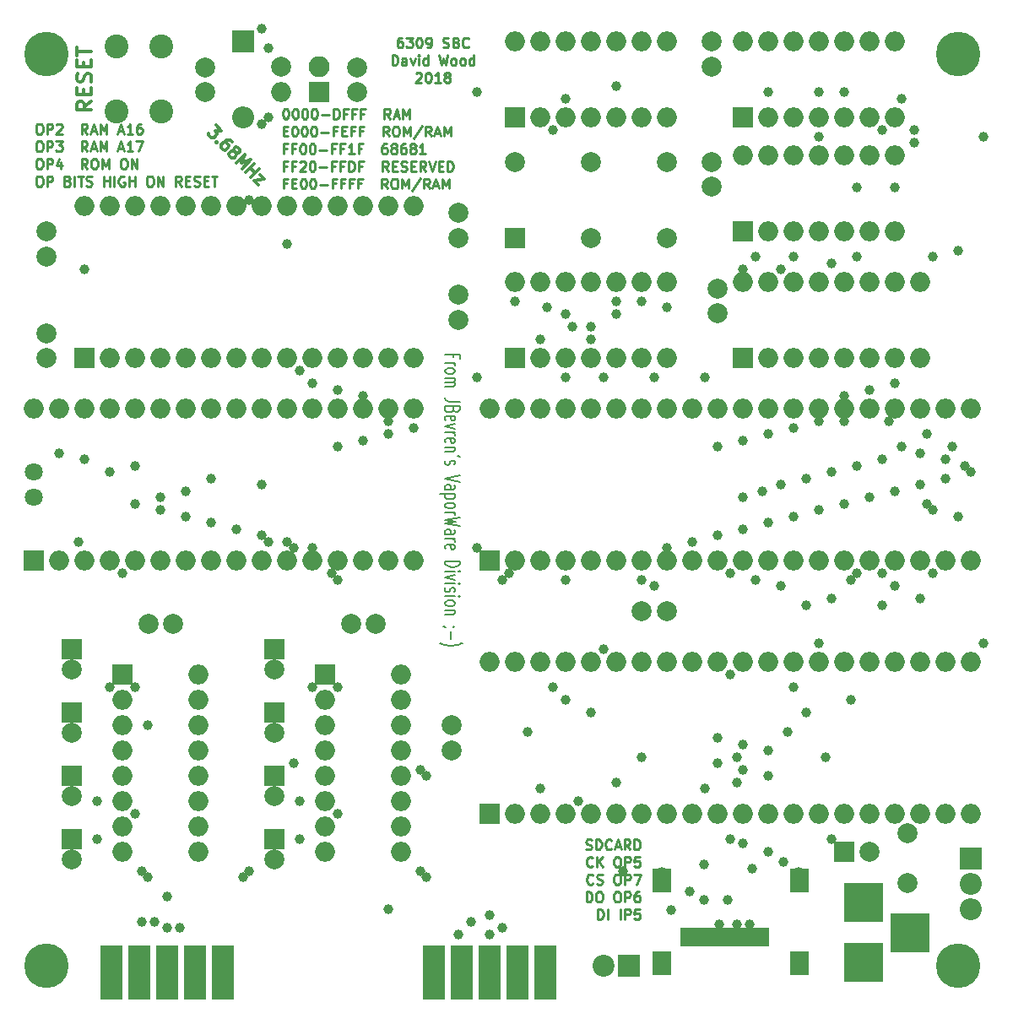
<source format=gbr>
G04 #@! TF.FileFunction,Soldermask,Top*
%FSLAX46Y46*%
G04 Gerber Fmt 4.6, Leading zero omitted, Abs format (unit mm)*
G04 Created by KiCad (PCBNEW 4.0.7-e2-6376~58~ubuntu16.04.1) date Tue May 29 14:50:19 2018*
%MOMM*%
%LPD*%
G01*
G04 APERTURE LIST*
%ADD10C,0.100000*%
%ADD11C,0.200000*%
%ADD12C,0.250000*%
%ADD13C,0.300000*%
%ADD14R,2.000000X2.000000*%
%ADD15O,2.000000X2.000000*%
%ADD16R,1.200000X1.900000*%
%ADD17R,1.850000X2.400000*%
%ADD18R,2.180000X5.480000*%
%ADD19C,2.000000*%
%ADD20R,3.900000X3.900000*%
%ADD21C,2.400000*%
%ADD22R,2.200000X2.200000*%
%ADD23O,2.200000X2.200000*%
%ADD24C,4.464000*%
%ADD25R,2.100000X2.100000*%
%ADD26O,2.100000X2.100000*%
%ADD27C,1.800000*%
%ADD28C,2.200000*%
%ADD29C,1.000000*%
G04 APERTURE END LIST*
D10*
D11*
X151237143Y-71056429D02*
X151237143Y-70723095D01*
X150451429Y-70723095D02*
X151951429Y-70723095D01*
X151951429Y-71199286D01*
X150451429Y-71580238D02*
X151451429Y-71580238D01*
X151165714Y-71580238D02*
X151308571Y-71627857D01*
X151380000Y-71675476D01*
X151451429Y-71770714D01*
X151451429Y-71865953D01*
X150451429Y-72342143D02*
X150522857Y-72246905D01*
X150594286Y-72199286D01*
X150737143Y-72151667D01*
X151165714Y-72151667D01*
X151308571Y-72199286D01*
X151380000Y-72246905D01*
X151451429Y-72342143D01*
X151451429Y-72485001D01*
X151380000Y-72580239D01*
X151308571Y-72627858D01*
X151165714Y-72675477D01*
X150737143Y-72675477D01*
X150594286Y-72627858D01*
X150522857Y-72580239D01*
X150451429Y-72485001D01*
X150451429Y-72342143D01*
X150451429Y-73104048D02*
X151451429Y-73104048D01*
X151308571Y-73104048D02*
X151380000Y-73151667D01*
X151451429Y-73246905D01*
X151451429Y-73389763D01*
X151380000Y-73485001D01*
X151237143Y-73532620D01*
X150451429Y-73532620D01*
X151237143Y-73532620D02*
X151380000Y-73580239D01*
X151451429Y-73675477D01*
X151451429Y-73818334D01*
X151380000Y-73913572D01*
X151237143Y-73961191D01*
X150451429Y-73961191D01*
X151951429Y-75485001D02*
X150880000Y-75485001D01*
X150665714Y-75437381D01*
X150522857Y-75342143D01*
X150451429Y-75199286D01*
X150451429Y-75104048D01*
X151237143Y-76294525D02*
X151165714Y-76437382D01*
X151094286Y-76485001D01*
X150951429Y-76532620D01*
X150737143Y-76532620D01*
X150594286Y-76485001D01*
X150522857Y-76437382D01*
X150451429Y-76342144D01*
X150451429Y-75961191D01*
X151951429Y-75961191D01*
X151951429Y-76294525D01*
X151880000Y-76389763D01*
X151808571Y-76437382D01*
X151665714Y-76485001D01*
X151522857Y-76485001D01*
X151380000Y-76437382D01*
X151308571Y-76389763D01*
X151237143Y-76294525D01*
X151237143Y-75961191D01*
X150522857Y-77342144D02*
X150451429Y-77246906D01*
X150451429Y-77056429D01*
X150522857Y-76961191D01*
X150665714Y-76913572D01*
X151237143Y-76913572D01*
X151380000Y-76961191D01*
X151451429Y-77056429D01*
X151451429Y-77246906D01*
X151380000Y-77342144D01*
X151237143Y-77389763D01*
X151094286Y-77389763D01*
X150951429Y-76913572D01*
X151451429Y-77723096D02*
X150451429Y-77961191D01*
X151451429Y-78199287D01*
X150451429Y-78580239D02*
X151451429Y-78580239D01*
X151165714Y-78580239D02*
X151308571Y-78627858D01*
X151380000Y-78675477D01*
X151451429Y-78770715D01*
X151451429Y-78865954D01*
X150522857Y-79580240D02*
X150451429Y-79485002D01*
X150451429Y-79294525D01*
X150522857Y-79199287D01*
X150665714Y-79151668D01*
X151237143Y-79151668D01*
X151380000Y-79199287D01*
X151451429Y-79294525D01*
X151451429Y-79485002D01*
X151380000Y-79580240D01*
X151237143Y-79627859D01*
X151094286Y-79627859D01*
X150951429Y-79151668D01*
X151451429Y-80056430D02*
X150451429Y-80056430D01*
X151308571Y-80056430D02*
X151380000Y-80104049D01*
X151451429Y-80199287D01*
X151451429Y-80342145D01*
X151380000Y-80437383D01*
X151237143Y-80485002D01*
X150451429Y-80485002D01*
X151951429Y-81008811D02*
X151665714Y-80913573D01*
X150522857Y-81389763D02*
X150451429Y-81485001D01*
X150451429Y-81675477D01*
X150522857Y-81770716D01*
X150665714Y-81818335D01*
X150737143Y-81818335D01*
X150880000Y-81770716D01*
X150951429Y-81675477D01*
X150951429Y-81532620D01*
X151022857Y-81437382D01*
X151165714Y-81389763D01*
X151237143Y-81389763D01*
X151380000Y-81437382D01*
X151451429Y-81532620D01*
X151451429Y-81675477D01*
X151380000Y-81770716D01*
X151951429Y-82865954D02*
X150451429Y-83199287D01*
X151951429Y-83532621D01*
X150451429Y-84294526D02*
X151237143Y-84294526D01*
X151380000Y-84246907D01*
X151451429Y-84151669D01*
X151451429Y-83961192D01*
X151380000Y-83865954D01*
X150522857Y-84294526D02*
X150451429Y-84199288D01*
X150451429Y-83961192D01*
X150522857Y-83865954D01*
X150665714Y-83818335D01*
X150808571Y-83818335D01*
X150951429Y-83865954D01*
X151022857Y-83961192D01*
X151022857Y-84199288D01*
X151094286Y-84294526D01*
X151451429Y-84770716D02*
X149951429Y-84770716D01*
X151380000Y-84770716D02*
X151451429Y-84865954D01*
X151451429Y-85056431D01*
X151380000Y-85151669D01*
X151308571Y-85199288D01*
X151165714Y-85246907D01*
X150737143Y-85246907D01*
X150594286Y-85199288D01*
X150522857Y-85151669D01*
X150451429Y-85056431D01*
X150451429Y-84865954D01*
X150522857Y-84770716D01*
X150451429Y-85818335D02*
X150522857Y-85723097D01*
X150594286Y-85675478D01*
X150737143Y-85627859D01*
X151165714Y-85627859D01*
X151308571Y-85675478D01*
X151380000Y-85723097D01*
X151451429Y-85818335D01*
X151451429Y-85961193D01*
X151380000Y-86056431D01*
X151308571Y-86104050D01*
X151165714Y-86151669D01*
X150737143Y-86151669D01*
X150594286Y-86104050D01*
X150522857Y-86056431D01*
X150451429Y-85961193D01*
X150451429Y-85818335D01*
X150451429Y-86580240D02*
X151451429Y-86580240D01*
X151165714Y-86580240D02*
X151308571Y-86627859D01*
X151380000Y-86675478D01*
X151451429Y-86770716D01*
X151451429Y-86865955D01*
X151951429Y-87104050D02*
X150451429Y-87342145D01*
X151522857Y-87532622D01*
X150451429Y-87723098D01*
X151951429Y-87961193D01*
X150451429Y-88770717D02*
X151237143Y-88770717D01*
X151380000Y-88723098D01*
X151451429Y-88627860D01*
X151451429Y-88437383D01*
X151380000Y-88342145D01*
X150522857Y-88770717D02*
X150451429Y-88675479D01*
X150451429Y-88437383D01*
X150522857Y-88342145D01*
X150665714Y-88294526D01*
X150808571Y-88294526D01*
X150951429Y-88342145D01*
X151022857Y-88437383D01*
X151022857Y-88675479D01*
X151094286Y-88770717D01*
X150451429Y-89246907D02*
X151451429Y-89246907D01*
X151165714Y-89246907D02*
X151308571Y-89294526D01*
X151380000Y-89342145D01*
X151451429Y-89437383D01*
X151451429Y-89532622D01*
X150522857Y-90246908D02*
X150451429Y-90151670D01*
X150451429Y-89961193D01*
X150522857Y-89865955D01*
X150665714Y-89818336D01*
X151237143Y-89818336D01*
X151380000Y-89865955D01*
X151451429Y-89961193D01*
X151451429Y-90151670D01*
X151380000Y-90246908D01*
X151237143Y-90294527D01*
X151094286Y-90294527D01*
X150951429Y-89818336D01*
X150451429Y-91485003D02*
X151951429Y-91485003D01*
X151951429Y-91723098D01*
X151880000Y-91865956D01*
X151737143Y-91961194D01*
X151594286Y-92008813D01*
X151308571Y-92056432D01*
X151094286Y-92056432D01*
X150808571Y-92008813D01*
X150665714Y-91961194D01*
X150522857Y-91865956D01*
X150451429Y-91723098D01*
X150451429Y-91485003D01*
X150451429Y-92485003D02*
X151451429Y-92485003D01*
X151951429Y-92485003D02*
X151880000Y-92437384D01*
X151808571Y-92485003D01*
X151880000Y-92532622D01*
X151951429Y-92485003D01*
X151808571Y-92485003D01*
X151451429Y-92865955D02*
X150451429Y-93104050D01*
X151451429Y-93342146D01*
X150451429Y-93723098D02*
X151451429Y-93723098D01*
X151951429Y-93723098D02*
X151880000Y-93675479D01*
X151808571Y-93723098D01*
X151880000Y-93770717D01*
X151951429Y-93723098D01*
X151808571Y-93723098D01*
X150522857Y-94151669D02*
X150451429Y-94246907D01*
X150451429Y-94437383D01*
X150522857Y-94532622D01*
X150665714Y-94580241D01*
X150737143Y-94580241D01*
X150880000Y-94532622D01*
X150951429Y-94437383D01*
X150951429Y-94294526D01*
X151022857Y-94199288D01*
X151165714Y-94151669D01*
X151237143Y-94151669D01*
X151380000Y-94199288D01*
X151451429Y-94294526D01*
X151451429Y-94437383D01*
X151380000Y-94532622D01*
X150451429Y-95008812D02*
X151451429Y-95008812D01*
X151951429Y-95008812D02*
X151880000Y-94961193D01*
X151808571Y-95008812D01*
X151880000Y-95056431D01*
X151951429Y-95008812D01*
X151808571Y-95008812D01*
X150451429Y-95627859D02*
X150522857Y-95532621D01*
X150594286Y-95485002D01*
X150737143Y-95437383D01*
X151165714Y-95437383D01*
X151308571Y-95485002D01*
X151380000Y-95532621D01*
X151451429Y-95627859D01*
X151451429Y-95770717D01*
X151380000Y-95865955D01*
X151308571Y-95913574D01*
X151165714Y-95961193D01*
X150737143Y-95961193D01*
X150594286Y-95913574D01*
X150522857Y-95865955D01*
X150451429Y-95770717D01*
X150451429Y-95627859D01*
X151451429Y-96389764D02*
X150451429Y-96389764D01*
X151308571Y-96389764D02*
X151380000Y-96437383D01*
X151451429Y-96532621D01*
X151451429Y-96675479D01*
X151380000Y-96770717D01*
X151237143Y-96818336D01*
X150451429Y-96818336D01*
X150522857Y-98104050D02*
X150451429Y-98104050D01*
X150308571Y-98056431D01*
X150237143Y-98008812D01*
X151380000Y-98056431D02*
X151308571Y-98104050D01*
X151237143Y-98056431D01*
X151308571Y-98008812D01*
X151380000Y-98056431D01*
X151237143Y-98056431D01*
X151022857Y-98532621D02*
X151022857Y-99294526D01*
X149880000Y-99675478D02*
X149951429Y-99723097D01*
X150165714Y-99818335D01*
X150308571Y-99865954D01*
X150522857Y-99913573D01*
X150880000Y-99961192D01*
X151165714Y-99961192D01*
X151522857Y-99913573D01*
X151737143Y-99865954D01*
X151880000Y-99818335D01*
X152094286Y-99723097D01*
X152165714Y-99675478D01*
D12*
X164560952Y-120348762D02*
X164703809Y-120396381D01*
X164941905Y-120396381D01*
X165037143Y-120348762D01*
X165084762Y-120301143D01*
X165132381Y-120205905D01*
X165132381Y-120110667D01*
X165084762Y-120015429D01*
X165037143Y-119967810D01*
X164941905Y-119920190D01*
X164751428Y-119872571D01*
X164656190Y-119824952D01*
X164608571Y-119777333D01*
X164560952Y-119682095D01*
X164560952Y-119586857D01*
X164608571Y-119491619D01*
X164656190Y-119444000D01*
X164751428Y-119396381D01*
X164989524Y-119396381D01*
X165132381Y-119444000D01*
X165560952Y-120396381D02*
X165560952Y-119396381D01*
X165799047Y-119396381D01*
X165941905Y-119444000D01*
X166037143Y-119539238D01*
X166084762Y-119634476D01*
X166132381Y-119824952D01*
X166132381Y-119967810D01*
X166084762Y-120158286D01*
X166037143Y-120253524D01*
X165941905Y-120348762D01*
X165799047Y-120396381D01*
X165560952Y-120396381D01*
X167132381Y-120301143D02*
X167084762Y-120348762D01*
X166941905Y-120396381D01*
X166846667Y-120396381D01*
X166703809Y-120348762D01*
X166608571Y-120253524D01*
X166560952Y-120158286D01*
X166513333Y-119967810D01*
X166513333Y-119824952D01*
X166560952Y-119634476D01*
X166608571Y-119539238D01*
X166703809Y-119444000D01*
X166846667Y-119396381D01*
X166941905Y-119396381D01*
X167084762Y-119444000D01*
X167132381Y-119491619D01*
X167513333Y-120110667D02*
X167989524Y-120110667D01*
X167418095Y-120396381D02*
X167751428Y-119396381D01*
X168084762Y-120396381D01*
X168989524Y-120396381D02*
X168656190Y-119920190D01*
X168418095Y-120396381D02*
X168418095Y-119396381D01*
X168799048Y-119396381D01*
X168894286Y-119444000D01*
X168941905Y-119491619D01*
X168989524Y-119586857D01*
X168989524Y-119729714D01*
X168941905Y-119824952D01*
X168894286Y-119872571D01*
X168799048Y-119920190D01*
X168418095Y-119920190D01*
X169418095Y-120396381D02*
X169418095Y-119396381D01*
X169656190Y-119396381D01*
X169799048Y-119444000D01*
X169894286Y-119539238D01*
X169941905Y-119634476D01*
X169989524Y-119824952D01*
X169989524Y-119967810D01*
X169941905Y-120158286D01*
X169894286Y-120253524D01*
X169799048Y-120348762D01*
X169656190Y-120396381D01*
X169418095Y-120396381D01*
X165227619Y-122051143D02*
X165180000Y-122098762D01*
X165037143Y-122146381D01*
X164941905Y-122146381D01*
X164799047Y-122098762D01*
X164703809Y-122003524D01*
X164656190Y-121908286D01*
X164608571Y-121717810D01*
X164608571Y-121574952D01*
X164656190Y-121384476D01*
X164703809Y-121289238D01*
X164799047Y-121194000D01*
X164941905Y-121146381D01*
X165037143Y-121146381D01*
X165180000Y-121194000D01*
X165227619Y-121241619D01*
X165656190Y-122146381D02*
X165656190Y-121146381D01*
X166227619Y-122146381D02*
X165799047Y-121574952D01*
X166227619Y-121146381D02*
X165656190Y-121717810D01*
X167608571Y-121146381D02*
X167799048Y-121146381D01*
X167894286Y-121194000D01*
X167989524Y-121289238D01*
X168037143Y-121479714D01*
X168037143Y-121813048D01*
X167989524Y-122003524D01*
X167894286Y-122098762D01*
X167799048Y-122146381D01*
X167608571Y-122146381D01*
X167513333Y-122098762D01*
X167418095Y-122003524D01*
X167370476Y-121813048D01*
X167370476Y-121479714D01*
X167418095Y-121289238D01*
X167513333Y-121194000D01*
X167608571Y-121146381D01*
X168465714Y-122146381D02*
X168465714Y-121146381D01*
X168846667Y-121146381D01*
X168941905Y-121194000D01*
X168989524Y-121241619D01*
X169037143Y-121336857D01*
X169037143Y-121479714D01*
X168989524Y-121574952D01*
X168941905Y-121622571D01*
X168846667Y-121670190D01*
X168465714Y-121670190D01*
X169941905Y-121146381D02*
X169465714Y-121146381D01*
X169418095Y-121622571D01*
X169465714Y-121574952D01*
X169560952Y-121527333D01*
X169799048Y-121527333D01*
X169894286Y-121574952D01*
X169941905Y-121622571D01*
X169989524Y-121717810D01*
X169989524Y-121955905D01*
X169941905Y-122051143D01*
X169894286Y-122098762D01*
X169799048Y-122146381D01*
X169560952Y-122146381D01*
X169465714Y-122098762D01*
X169418095Y-122051143D01*
X165275238Y-123801143D02*
X165227619Y-123848762D01*
X165084762Y-123896381D01*
X164989524Y-123896381D01*
X164846666Y-123848762D01*
X164751428Y-123753524D01*
X164703809Y-123658286D01*
X164656190Y-123467810D01*
X164656190Y-123324952D01*
X164703809Y-123134476D01*
X164751428Y-123039238D01*
X164846666Y-122944000D01*
X164989524Y-122896381D01*
X165084762Y-122896381D01*
X165227619Y-122944000D01*
X165275238Y-122991619D01*
X165656190Y-123848762D02*
X165799047Y-123896381D01*
X166037143Y-123896381D01*
X166132381Y-123848762D01*
X166180000Y-123801143D01*
X166227619Y-123705905D01*
X166227619Y-123610667D01*
X166180000Y-123515429D01*
X166132381Y-123467810D01*
X166037143Y-123420190D01*
X165846666Y-123372571D01*
X165751428Y-123324952D01*
X165703809Y-123277333D01*
X165656190Y-123182095D01*
X165656190Y-123086857D01*
X165703809Y-122991619D01*
X165751428Y-122944000D01*
X165846666Y-122896381D01*
X166084762Y-122896381D01*
X166227619Y-122944000D01*
X167608571Y-122896381D02*
X167799048Y-122896381D01*
X167894286Y-122944000D01*
X167989524Y-123039238D01*
X168037143Y-123229714D01*
X168037143Y-123563048D01*
X167989524Y-123753524D01*
X167894286Y-123848762D01*
X167799048Y-123896381D01*
X167608571Y-123896381D01*
X167513333Y-123848762D01*
X167418095Y-123753524D01*
X167370476Y-123563048D01*
X167370476Y-123229714D01*
X167418095Y-123039238D01*
X167513333Y-122944000D01*
X167608571Y-122896381D01*
X168465714Y-123896381D02*
X168465714Y-122896381D01*
X168846667Y-122896381D01*
X168941905Y-122944000D01*
X168989524Y-122991619D01*
X169037143Y-123086857D01*
X169037143Y-123229714D01*
X168989524Y-123324952D01*
X168941905Y-123372571D01*
X168846667Y-123420190D01*
X168465714Y-123420190D01*
X169370476Y-122896381D02*
X170037143Y-122896381D01*
X169608571Y-123896381D01*
X164608571Y-125646381D02*
X164608571Y-124646381D01*
X164846666Y-124646381D01*
X164989524Y-124694000D01*
X165084762Y-124789238D01*
X165132381Y-124884476D01*
X165180000Y-125074952D01*
X165180000Y-125217810D01*
X165132381Y-125408286D01*
X165084762Y-125503524D01*
X164989524Y-125598762D01*
X164846666Y-125646381D01*
X164608571Y-125646381D01*
X165799047Y-124646381D02*
X165989524Y-124646381D01*
X166084762Y-124694000D01*
X166180000Y-124789238D01*
X166227619Y-124979714D01*
X166227619Y-125313048D01*
X166180000Y-125503524D01*
X166084762Y-125598762D01*
X165989524Y-125646381D01*
X165799047Y-125646381D01*
X165703809Y-125598762D01*
X165608571Y-125503524D01*
X165560952Y-125313048D01*
X165560952Y-124979714D01*
X165608571Y-124789238D01*
X165703809Y-124694000D01*
X165799047Y-124646381D01*
X167608571Y-124646381D02*
X167799048Y-124646381D01*
X167894286Y-124694000D01*
X167989524Y-124789238D01*
X168037143Y-124979714D01*
X168037143Y-125313048D01*
X167989524Y-125503524D01*
X167894286Y-125598762D01*
X167799048Y-125646381D01*
X167608571Y-125646381D01*
X167513333Y-125598762D01*
X167418095Y-125503524D01*
X167370476Y-125313048D01*
X167370476Y-124979714D01*
X167418095Y-124789238D01*
X167513333Y-124694000D01*
X167608571Y-124646381D01*
X168465714Y-125646381D02*
X168465714Y-124646381D01*
X168846667Y-124646381D01*
X168941905Y-124694000D01*
X168989524Y-124741619D01*
X169037143Y-124836857D01*
X169037143Y-124979714D01*
X168989524Y-125074952D01*
X168941905Y-125122571D01*
X168846667Y-125170190D01*
X168465714Y-125170190D01*
X169894286Y-124646381D02*
X169703809Y-124646381D01*
X169608571Y-124694000D01*
X169560952Y-124741619D01*
X169465714Y-124884476D01*
X169418095Y-125074952D01*
X169418095Y-125455905D01*
X169465714Y-125551143D01*
X169513333Y-125598762D01*
X169608571Y-125646381D01*
X169799048Y-125646381D01*
X169894286Y-125598762D01*
X169941905Y-125551143D01*
X169989524Y-125455905D01*
X169989524Y-125217810D01*
X169941905Y-125122571D01*
X169894286Y-125074952D01*
X169799048Y-125027333D01*
X169608571Y-125027333D01*
X169513333Y-125074952D01*
X169465714Y-125122571D01*
X169418095Y-125217810D01*
X165751429Y-127396381D02*
X165751429Y-126396381D01*
X165989524Y-126396381D01*
X166132382Y-126444000D01*
X166227620Y-126539238D01*
X166275239Y-126634476D01*
X166322858Y-126824952D01*
X166322858Y-126967810D01*
X166275239Y-127158286D01*
X166227620Y-127253524D01*
X166132382Y-127348762D01*
X165989524Y-127396381D01*
X165751429Y-127396381D01*
X166751429Y-127396381D02*
X166751429Y-126396381D01*
X167989524Y-127396381D02*
X167989524Y-126396381D01*
X168465714Y-127396381D02*
X168465714Y-126396381D01*
X168846667Y-126396381D01*
X168941905Y-126444000D01*
X168989524Y-126491619D01*
X169037143Y-126586857D01*
X169037143Y-126729714D01*
X168989524Y-126824952D01*
X168941905Y-126872571D01*
X168846667Y-126920190D01*
X168465714Y-126920190D01*
X169941905Y-126396381D02*
X169465714Y-126396381D01*
X169418095Y-126872571D01*
X169465714Y-126824952D01*
X169560952Y-126777333D01*
X169799048Y-126777333D01*
X169894286Y-126824952D01*
X169941905Y-126872571D01*
X169989524Y-126967810D01*
X169989524Y-127205905D01*
X169941905Y-127301143D01*
X169894286Y-127348762D01*
X169799048Y-127396381D01*
X169560952Y-127396381D01*
X169465714Y-127348762D01*
X169418095Y-127301143D01*
D13*
X127438883Y-47769543D02*
X127964162Y-48294822D01*
X127358071Y-48335228D01*
X127479289Y-48456446D01*
X127519695Y-48577665D01*
X127519695Y-48658477D01*
X127479289Y-48779695D01*
X127277258Y-48981726D01*
X127156040Y-49022131D01*
X127075228Y-49022131D01*
X126954009Y-48981725D01*
X126711573Y-48739289D01*
X126671167Y-48618070D01*
X126671167Y-48537258D01*
X127560101Y-49426192D02*
X127560101Y-49507004D01*
X127479289Y-49507004D01*
X127479289Y-49426192D01*
X127560101Y-49426192D01*
X127479289Y-49507004D01*
X129095533Y-49426193D02*
X128933909Y-49264569D01*
X128812690Y-49224162D01*
X128731878Y-49224162D01*
X128529848Y-49264568D01*
X128327817Y-49385786D01*
X128004568Y-49709035D01*
X127964162Y-49830253D01*
X127964162Y-49911066D01*
X128004569Y-50032284D01*
X128166193Y-50193908D01*
X128287411Y-50234315D01*
X128368224Y-50234315D01*
X128489442Y-50193909D01*
X128691473Y-49991878D01*
X128731878Y-49870660D01*
X128731878Y-49789848D01*
X128691472Y-49668629D01*
X128529848Y-49507005D01*
X128408629Y-49466599D01*
X128327817Y-49466599D01*
X128206599Y-49507004D01*
X129297563Y-50355533D02*
X129257157Y-50234315D01*
X129257157Y-50153502D01*
X129297563Y-50032284D01*
X129337969Y-49991878D01*
X129459188Y-49951472D01*
X129540000Y-49951472D01*
X129661219Y-49991878D01*
X129822843Y-50153502D01*
X129863249Y-50274721D01*
X129863249Y-50355533D01*
X129822843Y-50476752D01*
X129782437Y-50517157D01*
X129661219Y-50557563D01*
X129580406Y-50557563D01*
X129459188Y-50517157D01*
X129297563Y-50355533D01*
X129176345Y-50315127D01*
X129095532Y-50315127D01*
X128974315Y-50355532D01*
X128812690Y-50517157D01*
X128772284Y-50638375D01*
X128772284Y-50719188D01*
X128812690Y-50840406D01*
X128974315Y-51002030D01*
X129095533Y-51042437D01*
X129176346Y-51042437D01*
X129297563Y-51002031D01*
X129459188Y-50840406D01*
X129499594Y-50719188D01*
X129499594Y-50638376D01*
X129459188Y-50517157D01*
X129499594Y-51527310D02*
X130348122Y-50678781D01*
X130024873Y-51567716D01*
X130913807Y-51244467D01*
X130065279Y-52092995D01*
X130469341Y-52497056D02*
X131317869Y-51648528D01*
X130913807Y-52052589D02*
X131398681Y-52537463D01*
X130954214Y-52981930D02*
X131802742Y-52133402D01*
X131843149Y-52739493D02*
X132287615Y-53183960D01*
X131277463Y-53305179D01*
X131721930Y-53749646D01*
X114978571Y-45358571D02*
X114264286Y-45858571D01*
X114978571Y-46215714D02*
X113478571Y-46215714D01*
X113478571Y-45644286D01*
X113550000Y-45501428D01*
X113621429Y-45430000D01*
X113764286Y-45358571D01*
X113978571Y-45358571D01*
X114121429Y-45430000D01*
X114192857Y-45501428D01*
X114264286Y-45644286D01*
X114264286Y-46215714D01*
X114192857Y-44715714D02*
X114192857Y-44215714D01*
X114978571Y-44001428D02*
X114978571Y-44715714D01*
X113478571Y-44715714D01*
X113478571Y-44001428D01*
X114907143Y-43430000D02*
X114978571Y-43215714D01*
X114978571Y-42858571D01*
X114907143Y-42715714D01*
X114835714Y-42644285D01*
X114692857Y-42572857D01*
X114550000Y-42572857D01*
X114407143Y-42644285D01*
X114335714Y-42715714D01*
X114264286Y-42858571D01*
X114192857Y-43144285D01*
X114121429Y-43287143D01*
X114050000Y-43358571D01*
X113907143Y-43430000D01*
X113764286Y-43430000D01*
X113621429Y-43358571D01*
X113550000Y-43287143D01*
X113478571Y-43144285D01*
X113478571Y-42787143D01*
X113550000Y-42572857D01*
X114192857Y-41930000D02*
X114192857Y-41430000D01*
X114978571Y-41215714D02*
X114978571Y-41930000D01*
X113478571Y-41930000D01*
X113478571Y-41215714D01*
X113478571Y-40787143D02*
X113478571Y-39930000D01*
X114978571Y-40358571D02*
X113478571Y-40358571D01*
D12*
X134413571Y-46117381D02*
X134508810Y-46117381D01*
X134604048Y-46165000D01*
X134651667Y-46212619D01*
X134699286Y-46307857D01*
X134746905Y-46498333D01*
X134746905Y-46736429D01*
X134699286Y-46926905D01*
X134651667Y-47022143D01*
X134604048Y-47069762D01*
X134508810Y-47117381D01*
X134413571Y-47117381D01*
X134318333Y-47069762D01*
X134270714Y-47022143D01*
X134223095Y-46926905D01*
X134175476Y-46736429D01*
X134175476Y-46498333D01*
X134223095Y-46307857D01*
X134270714Y-46212619D01*
X134318333Y-46165000D01*
X134413571Y-46117381D01*
X135365952Y-46117381D02*
X135461191Y-46117381D01*
X135556429Y-46165000D01*
X135604048Y-46212619D01*
X135651667Y-46307857D01*
X135699286Y-46498333D01*
X135699286Y-46736429D01*
X135651667Y-46926905D01*
X135604048Y-47022143D01*
X135556429Y-47069762D01*
X135461191Y-47117381D01*
X135365952Y-47117381D01*
X135270714Y-47069762D01*
X135223095Y-47022143D01*
X135175476Y-46926905D01*
X135127857Y-46736429D01*
X135127857Y-46498333D01*
X135175476Y-46307857D01*
X135223095Y-46212619D01*
X135270714Y-46165000D01*
X135365952Y-46117381D01*
X136318333Y-46117381D02*
X136413572Y-46117381D01*
X136508810Y-46165000D01*
X136556429Y-46212619D01*
X136604048Y-46307857D01*
X136651667Y-46498333D01*
X136651667Y-46736429D01*
X136604048Y-46926905D01*
X136556429Y-47022143D01*
X136508810Y-47069762D01*
X136413572Y-47117381D01*
X136318333Y-47117381D01*
X136223095Y-47069762D01*
X136175476Y-47022143D01*
X136127857Y-46926905D01*
X136080238Y-46736429D01*
X136080238Y-46498333D01*
X136127857Y-46307857D01*
X136175476Y-46212619D01*
X136223095Y-46165000D01*
X136318333Y-46117381D01*
X137270714Y-46117381D02*
X137365953Y-46117381D01*
X137461191Y-46165000D01*
X137508810Y-46212619D01*
X137556429Y-46307857D01*
X137604048Y-46498333D01*
X137604048Y-46736429D01*
X137556429Y-46926905D01*
X137508810Y-47022143D01*
X137461191Y-47069762D01*
X137365953Y-47117381D01*
X137270714Y-47117381D01*
X137175476Y-47069762D01*
X137127857Y-47022143D01*
X137080238Y-46926905D01*
X137032619Y-46736429D01*
X137032619Y-46498333D01*
X137080238Y-46307857D01*
X137127857Y-46212619D01*
X137175476Y-46165000D01*
X137270714Y-46117381D01*
X138032619Y-46736429D02*
X138794524Y-46736429D01*
X139270714Y-47117381D02*
X139270714Y-46117381D01*
X139508809Y-46117381D01*
X139651667Y-46165000D01*
X139746905Y-46260238D01*
X139794524Y-46355476D01*
X139842143Y-46545952D01*
X139842143Y-46688810D01*
X139794524Y-46879286D01*
X139746905Y-46974524D01*
X139651667Y-47069762D01*
X139508809Y-47117381D01*
X139270714Y-47117381D01*
X140604048Y-46593571D02*
X140270714Y-46593571D01*
X140270714Y-47117381D02*
X140270714Y-46117381D01*
X140746905Y-46117381D01*
X141461191Y-46593571D02*
X141127857Y-46593571D01*
X141127857Y-47117381D02*
X141127857Y-46117381D01*
X141604048Y-46117381D01*
X142318334Y-46593571D02*
X141985000Y-46593571D01*
X141985000Y-47117381D02*
X141985000Y-46117381D01*
X142461191Y-46117381D01*
X144937382Y-47117381D02*
X144604048Y-46641190D01*
X144365953Y-47117381D02*
X144365953Y-46117381D01*
X144746906Y-46117381D01*
X144842144Y-46165000D01*
X144889763Y-46212619D01*
X144937382Y-46307857D01*
X144937382Y-46450714D01*
X144889763Y-46545952D01*
X144842144Y-46593571D01*
X144746906Y-46641190D01*
X144365953Y-46641190D01*
X145318334Y-46831667D02*
X145794525Y-46831667D01*
X145223096Y-47117381D02*
X145556429Y-46117381D01*
X145889763Y-47117381D01*
X146223096Y-47117381D02*
X146223096Y-46117381D01*
X146556430Y-46831667D01*
X146889763Y-46117381D01*
X146889763Y-47117381D01*
X134223095Y-48343571D02*
X134556429Y-48343571D01*
X134699286Y-48867381D02*
X134223095Y-48867381D01*
X134223095Y-47867381D01*
X134699286Y-47867381D01*
X135318333Y-47867381D02*
X135413572Y-47867381D01*
X135508810Y-47915000D01*
X135556429Y-47962619D01*
X135604048Y-48057857D01*
X135651667Y-48248333D01*
X135651667Y-48486429D01*
X135604048Y-48676905D01*
X135556429Y-48772143D01*
X135508810Y-48819762D01*
X135413572Y-48867381D01*
X135318333Y-48867381D01*
X135223095Y-48819762D01*
X135175476Y-48772143D01*
X135127857Y-48676905D01*
X135080238Y-48486429D01*
X135080238Y-48248333D01*
X135127857Y-48057857D01*
X135175476Y-47962619D01*
X135223095Y-47915000D01*
X135318333Y-47867381D01*
X136270714Y-47867381D02*
X136365953Y-47867381D01*
X136461191Y-47915000D01*
X136508810Y-47962619D01*
X136556429Y-48057857D01*
X136604048Y-48248333D01*
X136604048Y-48486429D01*
X136556429Y-48676905D01*
X136508810Y-48772143D01*
X136461191Y-48819762D01*
X136365953Y-48867381D01*
X136270714Y-48867381D01*
X136175476Y-48819762D01*
X136127857Y-48772143D01*
X136080238Y-48676905D01*
X136032619Y-48486429D01*
X136032619Y-48248333D01*
X136080238Y-48057857D01*
X136127857Y-47962619D01*
X136175476Y-47915000D01*
X136270714Y-47867381D01*
X137223095Y-47867381D02*
X137318334Y-47867381D01*
X137413572Y-47915000D01*
X137461191Y-47962619D01*
X137508810Y-48057857D01*
X137556429Y-48248333D01*
X137556429Y-48486429D01*
X137508810Y-48676905D01*
X137461191Y-48772143D01*
X137413572Y-48819762D01*
X137318334Y-48867381D01*
X137223095Y-48867381D01*
X137127857Y-48819762D01*
X137080238Y-48772143D01*
X137032619Y-48676905D01*
X136985000Y-48486429D01*
X136985000Y-48248333D01*
X137032619Y-48057857D01*
X137080238Y-47962619D01*
X137127857Y-47915000D01*
X137223095Y-47867381D01*
X137985000Y-48486429D02*
X138746905Y-48486429D01*
X139556429Y-48343571D02*
X139223095Y-48343571D01*
X139223095Y-48867381D02*
X139223095Y-47867381D01*
X139699286Y-47867381D01*
X140080238Y-48343571D02*
X140413572Y-48343571D01*
X140556429Y-48867381D02*
X140080238Y-48867381D01*
X140080238Y-47867381D01*
X140556429Y-47867381D01*
X141318334Y-48343571D02*
X140985000Y-48343571D01*
X140985000Y-48867381D02*
X140985000Y-47867381D01*
X141461191Y-47867381D01*
X142175477Y-48343571D02*
X141842143Y-48343571D01*
X141842143Y-48867381D02*
X141842143Y-47867381D01*
X142318334Y-47867381D01*
X144794525Y-48867381D02*
X144461191Y-48391190D01*
X144223096Y-48867381D02*
X144223096Y-47867381D01*
X144604049Y-47867381D01*
X144699287Y-47915000D01*
X144746906Y-47962619D01*
X144794525Y-48057857D01*
X144794525Y-48200714D01*
X144746906Y-48295952D01*
X144699287Y-48343571D01*
X144604049Y-48391190D01*
X144223096Y-48391190D01*
X145413572Y-47867381D02*
X145604049Y-47867381D01*
X145699287Y-47915000D01*
X145794525Y-48010238D01*
X145842144Y-48200714D01*
X145842144Y-48534048D01*
X145794525Y-48724524D01*
X145699287Y-48819762D01*
X145604049Y-48867381D01*
X145413572Y-48867381D01*
X145318334Y-48819762D01*
X145223096Y-48724524D01*
X145175477Y-48534048D01*
X145175477Y-48200714D01*
X145223096Y-48010238D01*
X145318334Y-47915000D01*
X145413572Y-47867381D01*
X146270715Y-48867381D02*
X146270715Y-47867381D01*
X146604049Y-48581667D01*
X146937382Y-47867381D01*
X146937382Y-48867381D01*
X148127858Y-47819762D02*
X147270715Y-49105476D01*
X149032620Y-48867381D02*
X148699286Y-48391190D01*
X148461191Y-48867381D02*
X148461191Y-47867381D01*
X148842144Y-47867381D01*
X148937382Y-47915000D01*
X148985001Y-47962619D01*
X149032620Y-48057857D01*
X149032620Y-48200714D01*
X148985001Y-48295952D01*
X148937382Y-48343571D01*
X148842144Y-48391190D01*
X148461191Y-48391190D01*
X149413572Y-48581667D02*
X149889763Y-48581667D01*
X149318334Y-48867381D02*
X149651667Y-47867381D01*
X149985001Y-48867381D01*
X150318334Y-48867381D02*
X150318334Y-47867381D01*
X150651668Y-48581667D01*
X150985001Y-47867381D01*
X150985001Y-48867381D01*
X134556429Y-50093571D02*
X134223095Y-50093571D01*
X134223095Y-50617381D02*
X134223095Y-49617381D01*
X134699286Y-49617381D01*
X135413572Y-50093571D02*
X135080238Y-50093571D01*
X135080238Y-50617381D02*
X135080238Y-49617381D01*
X135556429Y-49617381D01*
X136127857Y-49617381D02*
X136223096Y-49617381D01*
X136318334Y-49665000D01*
X136365953Y-49712619D01*
X136413572Y-49807857D01*
X136461191Y-49998333D01*
X136461191Y-50236429D01*
X136413572Y-50426905D01*
X136365953Y-50522143D01*
X136318334Y-50569762D01*
X136223096Y-50617381D01*
X136127857Y-50617381D01*
X136032619Y-50569762D01*
X135985000Y-50522143D01*
X135937381Y-50426905D01*
X135889762Y-50236429D01*
X135889762Y-49998333D01*
X135937381Y-49807857D01*
X135985000Y-49712619D01*
X136032619Y-49665000D01*
X136127857Y-49617381D01*
X137080238Y-49617381D02*
X137175477Y-49617381D01*
X137270715Y-49665000D01*
X137318334Y-49712619D01*
X137365953Y-49807857D01*
X137413572Y-49998333D01*
X137413572Y-50236429D01*
X137365953Y-50426905D01*
X137318334Y-50522143D01*
X137270715Y-50569762D01*
X137175477Y-50617381D01*
X137080238Y-50617381D01*
X136985000Y-50569762D01*
X136937381Y-50522143D01*
X136889762Y-50426905D01*
X136842143Y-50236429D01*
X136842143Y-49998333D01*
X136889762Y-49807857D01*
X136937381Y-49712619D01*
X136985000Y-49665000D01*
X137080238Y-49617381D01*
X137842143Y-50236429D02*
X138604048Y-50236429D01*
X139413572Y-50093571D02*
X139080238Y-50093571D01*
X139080238Y-50617381D02*
X139080238Y-49617381D01*
X139556429Y-49617381D01*
X140270715Y-50093571D02*
X139937381Y-50093571D01*
X139937381Y-50617381D02*
X139937381Y-49617381D01*
X140413572Y-49617381D01*
X141318334Y-50617381D02*
X140746905Y-50617381D01*
X141032619Y-50617381D02*
X141032619Y-49617381D01*
X140937381Y-49760238D01*
X140842143Y-49855476D01*
X140746905Y-49903095D01*
X142080239Y-50093571D02*
X141746905Y-50093571D01*
X141746905Y-50617381D02*
X141746905Y-49617381D01*
X142223096Y-49617381D01*
X144556430Y-49617381D02*
X144365953Y-49617381D01*
X144270715Y-49665000D01*
X144223096Y-49712619D01*
X144127858Y-49855476D01*
X144080239Y-50045952D01*
X144080239Y-50426905D01*
X144127858Y-50522143D01*
X144175477Y-50569762D01*
X144270715Y-50617381D01*
X144461192Y-50617381D01*
X144556430Y-50569762D01*
X144604049Y-50522143D01*
X144651668Y-50426905D01*
X144651668Y-50188810D01*
X144604049Y-50093571D01*
X144556430Y-50045952D01*
X144461192Y-49998333D01*
X144270715Y-49998333D01*
X144175477Y-50045952D01*
X144127858Y-50093571D01*
X144080239Y-50188810D01*
X145223096Y-50045952D02*
X145127858Y-49998333D01*
X145080239Y-49950714D01*
X145032620Y-49855476D01*
X145032620Y-49807857D01*
X145080239Y-49712619D01*
X145127858Y-49665000D01*
X145223096Y-49617381D01*
X145413573Y-49617381D01*
X145508811Y-49665000D01*
X145556430Y-49712619D01*
X145604049Y-49807857D01*
X145604049Y-49855476D01*
X145556430Y-49950714D01*
X145508811Y-49998333D01*
X145413573Y-50045952D01*
X145223096Y-50045952D01*
X145127858Y-50093571D01*
X145080239Y-50141190D01*
X145032620Y-50236429D01*
X145032620Y-50426905D01*
X145080239Y-50522143D01*
X145127858Y-50569762D01*
X145223096Y-50617381D01*
X145413573Y-50617381D01*
X145508811Y-50569762D01*
X145556430Y-50522143D01*
X145604049Y-50426905D01*
X145604049Y-50236429D01*
X145556430Y-50141190D01*
X145508811Y-50093571D01*
X145413573Y-50045952D01*
X146461192Y-49617381D02*
X146270715Y-49617381D01*
X146175477Y-49665000D01*
X146127858Y-49712619D01*
X146032620Y-49855476D01*
X145985001Y-50045952D01*
X145985001Y-50426905D01*
X146032620Y-50522143D01*
X146080239Y-50569762D01*
X146175477Y-50617381D01*
X146365954Y-50617381D01*
X146461192Y-50569762D01*
X146508811Y-50522143D01*
X146556430Y-50426905D01*
X146556430Y-50188810D01*
X146508811Y-50093571D01*
X146461192Y-50045952D01*
X146365954Y-49998333D01*
X146175477Y-49998333D01*
X146080239Y-50045952D01*
X146032620Y-50093571D01*
X145985001Y-50188810D01*
X147127858Y-50045952D02*
X147032620Y-49998333D01*
X146985001Y-49950714D01*
X146937382Y-49855476D01*
X146937382Y-49807857D01*
X146985001Y-49712619D01*
X147032620Y-49665000D01*
X147127858Y-49617381D01*
X147318335Y-49617381D01*
X147413573Y-49665000D01*
X147461192Y-49712619D01*
X147508811Y-49807857D01*
X147508811Y-49855476D01*
X147461192Y-49950714D01*
X147413573Y-49998333D01*
X147318335Y-50045952D01*
X147127858Y-50045952D01*
X147032620Y-50093571D01*
X146985001Y-50141190D01*
X146937382Y-50236429D01*
X146937382Y-50426905D01*
X146985001Y-50522143D01*
X147032620Y-50569762D01*
X147127858Y-50617381D01*
X147318335Y-50617381D01*
X147413573Y-50569762D01*
X147461192Y-50522143D01*
X147508811Y-50426905D01*
X147508811Y-50236429D01*
X147461192Y-50141190D01*
X147413573Y-50093571D01*
X147318335Y-50045952D01*
X148461192Y-50617381D02*
X147889763Y-50617381D01*
X148175477Y-50617381D02*
X148175477Y-49617381D01*
X148080239Y-49760238D01*
X147985001Y-49855476D01*
X147889763Y-49903095D01*
X134556429Y-51843571D02*
X134223095Y-51843571D01*
X134223095Y-52367381D02*
X134223095Y-51367381D01*
X134699286Y-51367381D01*
X135413572Y-51843571D02*
X135080238Y-51843571D01*
X135080238Y-52367381D02*
X135080238Y-51367381D01*
X135556429Y-51367381D01*
X135889762Y-51462619D02*
X135937381Y-51415000D01*
X136032619Y-51367381D01*
X136270715Y-51367381D01*
X136365953Y-51415000D01*
X136413572Y-51462619D01*
X136461191Y-51557857D01*
X136461191Y-51653095D01*
X136413572Y-51795952D01*
X135842143Y-52367381D01*
X136461191Y-52367381D01*
X137080238Y-51367381D02*
X137175477Y-51367381D01*
X137270715Y-51415000D01*
X137318334Y-51462619D01*
X137365953Y-51557857D01*
X137413572Y-51748333D01*
X137413572Y-51986429D01*
X137365953Y-52176905D01*
X137318334Y-52272143D01*
X137270715Y-52319762D01*
X137175477Y-52367381D01*
X137080238Y-52367381D01*
X136985000Y-52319762D01*
X136937381Y-52272143D01*
X136889762Y-52176905D01*
X136842143Y-51986429D01*
X136842143Y-51748333D01*
X136889762Y-51557857D01*
X136937381Y-51462619D01*
X136985000Y-51415000D01*
X137080238Y-51367381D01*
X137842143Y-51986429D02*
X138604048Y-51986429D01*
X139413572Y-51843571D02*
X139080238Y-51843571D01*
X139080238Y-52367381D02*
X139080238Y-51367381D01*
X139556429Y-51367381D01*
X140270715Y-51843571D02*
X139937381Y-51843571D01*
X139937381Y-52367381D02*
X139937381Y-51367381D01*
X140413572Y-51367381D01*
X140794524Y-52367381D02*
X140794524Y-51367381D01*
X141032619Y-51367381D01*
X141175477Y-51415000D01*
X141270715Y-51510238D01*
X141318334Y-51605476D01*
X141365953Y-51795952D01*
X141365953Y-51938810D01*
X141318334Y-52129286D01*
X141270715Y-52224524D01*
X141175477Y-52319762D01*
X141032619Y-52367381D01*
X140794524Y-52367381D01*
X142127858Y-51843571D02*
X141794524Y-51843571D01*
X141794524Y-52367381D02*
X141794524Y-51367381D01*
X142270715Y-51367381D01*
X144746906Y-52367381D02*
X144413572Y-51891190D01*
X144175477Y-52367381D02*
X144175477Y-51367381D01*
X144556430Y-51367381D01*
X144651668Y-51415000D01*
X144699287Y-51462619D01*
X144746906Y-51557857D01*
X144746906Y-51700714D01*
X144699287Y-51795952D01*
X144651668Y-51843571D01*
X144556430Y-51891190D01*
X144175477Y-51891190D01*
X145175477Y-51843571D02*
X145508811Y-51843571D01*
X145651668Y-52367381D02*
X145175477Y-52367381D01*
X145175477Y-51367381D01*
X145651668Y-51367381D01*
X146032620Y-52319762D02*
X146175477Y-52367381D01*
X146413573Y-52367381D01*
X146508811Y-52319762D01*
X146556430Y-52272143D01*
X146604049Y-52176905D01*
X146604049Y-52081667D01*
X146556430Y-51986429D01*
X146508811Y-51938810D01*
X146413573Y-51891190D01*
X146223096Y-51843571D01*
X146127858Y-51795952D01*
X146080239Y-51748333D01*
X146032620Y-51653095D01*
X146032620Y-51557857D01*
X146080239Y-51462619D01*
X146127858Y-51415000D01*
X146223096Y-51367381D01*
X146461192Y-51367381D01*
X146604049Y-51415000D01*
X147032620Y-51843571D02*
X147365954Y-51843571D01*
X147508811Y-52367381D02*
X147032620Y-52367381D01*
X147032620Y-51367381D01*
X147508811Y-51367381D01*
X148508811Y-52367381D02*
X148175477Y-51891190D01*
X147937382Y-52367381D02*
X147937382Y-51367381D01*
X148318335Y-51367381D01*
X148413573Y-51415000D01*
X148461192Y-51462619D01*
X148508811Y-51557857D01*
X148508811Y-51700714D01*
X148461192Y-51795952D01*
X148413573Y-51843571D01*
X148318335Y-51891190D01*
X147937382Y-51891190D01*
X148794525Y-51367381D02*
X149127858Y-52367381D01*
X149461192Y-51367381D01*
X149794525Y-51843571D02*
X150127859Y-51843571D01*
X150270716Y-52367381D02*
X149794525Y-52367381D01*
X149794525Y-51367381D01*
X150270716Y-51367381D01*
X150699287Y-52367381D02*
X150699287Y-51367381D01*
X150937382Y-51367381D01*
X151080240Y-51415000D01*
X151175478Y-51510238D01*
X151223097Y-51605476D01*
X151270716Y-51795952D01*
X151270716Y-51938810D01*
X151223097Y-52129286D01*
X151175478Y-52224524D01*
X151080240Y-52319762D01*
X150937382Y-52367381D01*
X150699287Y-52367381D01*
X134556429Y-53593571D02*
X134223095Y-53593571D01*
X134223095Y-54117381D02*
X134223095Y-53117381D01*
X134699286Y-53117381D01*
X135080238Y-53593571D02*
X135413572Y-53593571D01*
X135556429Y-54117381D02*
X135080238Y-54117381D01*
X135080238Y-53117381D01*
X135556429Y-53117381D01*
X136175476Y-53117381D02*
X136270715Y-53117381D01*
X136365953Y-53165000D01*
X136413572Y-53212619D01*
X136461191Y-53307857D01*
X136508810Y-53498333D01*
X136508810Y-53736429D01*
X136461191Y-53926905D01*
X136413572Y-54022143D01*
X136365953Y-54069762D01*
X136270715Y-54117381D01*
X136175476Y-54117381D01*
X136080238Y-54069762D01*
X136032619Y-54022143D01*
X135985000Y-53926905D01*
X135937381Y-53736429D01*
X135937381Y-53498333D01*
X135985000Y-53307857D01*
X136032619Y-53212619D01*
X136080238Y-53165000D01*
X136175476Y-53117381D01*
X137127857Y-53117381D02*
X137223096Y-53117381D01*
X137318334Y-53165000D01*
X137365953Y-53212619D01*
X137413572Y-53307857D01*
X137461191Y-53498333D01*
X137461191Y-53736429D01*
X137413572Y-53926905D01*
X137365953Y-54022143D01*
X137318334Y-54069762D01*
X137223096Y-54117381D01*
X137127857Y-54117381D01*
X137032619Y-54069762D01*
X136985000Y-54022143D01*
X136937381Y-53926905D01*
X136889762Y-53736429D01*
X136889762Y-53498333D01*
X136937381Y-53307857D01*
X136985000Y-53212619D01*
X137032619Y-53165000D01*
X137127857Y-53117381D01*
X137889762Y-53736429D02*
X138651667Y-53736429D01*
X139461191Y-53593571D02*
X139127857Y-53593571D01*
X139127857Y-54117381D02*
X139127857Y-53117381D01*
X139604048Y-53117381D01*
X140318334Y-53593571D02*
X139985000Y-53593571D01*
X139985000Y-54117381D02*
X139985000Y-53117381D01*
X140461191Y-53117381D01*
X141175477Y-53593571D02*
X140842143Y-53593571D01*
X140842143Y-54117381D02*
X140842143Y-53117381D01*
X141318334Y-53117381D01*
X142032620Y-53593571D02*
X141699286Y-53593571D01*
X141699286Y-54117381D02*
X141699286Y-53117381D01*
X142175477Y-53117381D01*
X144651668Y-54117381D02*
X144318334Y-53641190D01*
X144080239Y-54117381D02*
X144080239Y-53117381D01*
X144461192Y-53117381D01*
X144556430Y-53165000D01*
X144604049Y-53212619D01*
X144651668Y-53307857D01*
X144651668Y-53450714D01*
X144604049Y-53545952D01*
X144556430Y-53593571D01*
X144461192Y-53641190D01*
X144080239Y-53641190D01*
X145270715Y-53117381D02*
X145461192Y-53117381D01*
X145556430Y-53165000D01*
X145651668Y-53260238D01*
X145699287Y-53450714D01*
X145699287Y-53784048D01*
X145651668Y-53974524D01*
X145556430Y-54069762D01*
X145461192Y-54117381D01*
X145270715Y-54117381D01*
X145175477Y-54069762D01*
X145080239Y-53974524D01*
X145032620Y-53784048D01*
X145032620Y-53450714D01*
X145080239Y-53260238D01*
X145175477Y-53165000D01*
X145270715Y-53117381D01*
X146127858Y-54117381D02*
X146127858Y-53117381D01*
X146461192Y-53831667D01*
X146794525Y-53117381D01*
X146794525Y-54117381D01*
X147985001Y-53069762D02*
X147127858Y-54355476D01*
X148889763Y-54117381D02*
X148556429Y-53641190D01*
X148318334Y-54117381D02*
X148318334Y-53117381D01*
X148699287Y-53117381D01*
X148794525Y-53165000D01*
X148842144Y-53212619D01*
X148889763Y-53307857D01*
X148889763Y-53450714D01*
X148842144Y-53545952D01*
X148794525Y-53593571D01*
X148699287Y-53641190D01*
X148318334Y-53641190D01*
X149270715Y-53831667D02*
X149746906Y-53831667D01*
X149175477Y-54117381D02*
X149508810Y-53117381D01*
X149842144Y-54117381D01*
X150175477Y-54117381D02*
X150175477Y-53117381D01*
X150508811Y-53831667D01*
X150842144Y-53117381D01*
X150842144Y-54117381D01*
X109648571Y-47627381D02*
X109839048Y-47627381D01*
X109934286Y-47675000D01*
X110029524Y-47770238D01*
X110077143Y-47960714D01*
X110077143Y-48294048D01*
X110029524Y-48484524D01*
X109934286Y-48579762D01*
X109839048Y-48627381D01*
X109648571Y-48627381D01*
X109553333Y-48579762D01*
X109458095Y-48484524D01*
X109410476Y-48294048D01*
X109410476Y-47960714D01*
X109458095Y-47770238D01*
X109553333Y-47675000D01*
X109648571Y-47627381D01*
X110505714Y-48627381D02*
X110505714Y-47627381D01*
X110886667Y-47627381D01*
X110981905Y-47675000D01*
X111029524Y-47722619D01*
X111077143Y-47817857D01*
X111077143Y-47960714D01*
X111029524Y-48055952D01*
X110981905Y-48103571D01*
X110886667Y-48151190D01*
X110505714Y-48151190D01*
X111458095Y-47722619D02*
X111505714Y-47675000D01*
X111600952Y-47627381D01*
X111839048Y-47627381D01*
X111934286Y-47675000D01*
X111981905Y-47722619D01*
X112029524Y-47817857D01*
X112029524Y-47913095D01*
X111981905Y-48055952D01*
X111410476Y-48627381D01*
X112029524Y-48627381D01*
X114553334Y-48627381D02*
X114220000Y-48151190D01*
X113981905Y-48627381D02*
X113981905Y-47627381D01*
X114362858Y-47627381D01*
X114458096Y-47675000D01*
X114505715Y-47722619D01*
X114553334Y-47817857D01*
X114553334Y-47960714D01*
X114505715Y-48055952D01*
X114458096Y-48103571D01*
X114362858Y-48151190D01*
X113981905Y-48151190D01*
X114934286Y-48341667D02*
X115410477Y-48341667D01*
X114839048Y-48627381D02*
X115172381Y-47627381D01*
X115505715Y-48627381D01*
X115839048Y-48627381D02*
X115839048Y-47627381D01*
X116172382Y-48341667D01*
X116505715Y-47627381D01*
X116505715Y-48627381D01*
X117696191Y-48341667D02*
X118172382Y-48341667D01*
X117600953Y-48627381D02*
X117934286Y-47627381D01*
X118267620Y-48627381D01*
X119124763Y-48627381D02*
X118553334Y-48627381D01*
X118839048Y-48627381D02*
X118839048Y-47627381D01*
X118743810Y-47770238D01*
X118648572Y-47865476D01*
X118553334Y-47913095D01*
X119981906Y-47627381D02*
X119791429Y-47627381D01*
X119696191Y-47675000D01*
X119648572Y-47722619D01*
X119553334Y-47865476D01*
X119505715Y-48055952D01*
X119505715Y-48436905D01*
X119553334Y-48532143D01*
X119600953Y-48579762D01*
X119696191Y-48627381D01*
X119886668Y-48627381D01*
X119981906Y-48579762D01*
X120029525Y-48532143D01*
X120077144Y-48436905D01*
X120077144Y-48198810D01*
X120029525Y-48103571D01*
X119981906Y-48055952D01*
X119886668Y-48008333D01*
X119696191Y-48008333D01*
X119600953Y-48055952D01*
X119553334Y-48103571D01*
X119505715Y-48198810D01*
X109648571Y-49377381D02*
X109839048Y-49377381D01*
X109934286Y-49425000D01*
X110029524Y-49520238D01*
X110077143Y-49710714D01*
X110077143Y-50044048D01*
X110029524Y-50234524D01*
X109934286Y-50329762D01*
X109839048Y-50377381D01*
X109648571Y-50377381D01*
X109553333Y-50329762D01*
X109458095Y-50234524D01*
X109410476Y-50044048D01*
X109410476Y-49710714D01*
X109458095Y-49520238D01*
X109553333Y-49425000D01*
X109648571Y-49377381D01*
X110505714Y-50377381D02*
X110505714Y-49377381D01*
X110886667Y-49377381D01*
X110981905Y-49425000D01*
X111029524Y-49472619D01*
X111077143Y-49567857D01*
X111077143Y-49710714D01*
X111029524Y-49805952D01*
X110981905Y-49853571D01*
X110886667Y-49901190D01*
X110505714Y-49901190D01*
X111410476Y-49377381D02*
X112029524Y-49377381D01*
X111696190Y-49758333D01*
X111839048Y-49758333D01*
X111934286Y-49805952D01*
X111981905Y-49853571D01*
X112029524Y-49948810D01*
X112029524Y-50186905D01*
X111981905Y-50282143D01*
X111934286Y-50329762D01*
X111839048Y-50377381D01*
X111553333Y-50377381D01*
X111458095Y-50329762D01*
X111410476Y-50282143D01*
X114553334Y-50377381D02*
X114220000Y-49901190D01*
X113981905Y-50377381D02*
X113981905Y-49377381D01*
X114362858Y-49377381D01*
X114458096Y-49425000D01*
X114505715Y-49472619D01*
X114553334Y-49567857D01*
X114553334Y-49710714D01*
X114505715Y-49805952D01*
X114458096Y-49853571D01*
X114362858Y-49901190D01*
X113981905Y-49901190D01*
X114934286Y-50091667D02*
X115410477Y-50091667D01*
X114839048Y-50377381D02*
X115172381Y-49377381D01*
X115505715Y-50377381D01*
X115839048Y-50377381D02*
X115839048Y-49377381D01*
X116172382Y-50091667D01*
X116505715Y-49377381D01*
X116505715Y-50377381D01*
X117696191Y-50091667D02*
X118172382Y-50091667D01*
X117600953Y-50377381D02*
X117934286Y-49377381D01*
X118267620Y-50377381D01*
X119124763Y-50377381D02*
X118553334Y-50377381D01*
X118839048Y-50377381D02*
X118839048Y-49377381D01*
X118743810Y-49520238D01*
X118648572Y-49615476D01*
X118553334Y-49663095D01*
X119458096Y-49377381D02*
X120124763Y-49377381D01*
X119696191Y-50377381D01*
X109648571Y-51127381D02*
X109839048Y-51127381D01*
X109934286Y-51175000D01*
X110029524Y-51270238D01*
X110077143Y-51460714D01*
X110077143Y-51794048D01*
X110029524Y-51984524D01*
X109934286Y-52079762D01*
X109839048Y-52127381D01*
X109648571Y-52127381D01*
X109553333Y-52079762D01*
X109458095Y-51984524D01*
X109410476Y-51794048D01*
X109410476Y-51460714D01*
X109458095Y-51270238D01*
X109553333Y-51175000D01*
X109648571Y-51127381D01*
X110505714Y-52127381D02*
X110505714Y-51127381D01*
X110886667Y-51127381D01*
X110981905Y-51175000D01*
X111029524Y-51222619D01*
X111077143Y-51317857D01*
X111077143Y-51460714D01*
X111029524Y-51555952D01*
X110981905Y-51603571D01*
X110886667Y-51651190D01*
X110505714Y-51651190D01*
X111934286Y-51460714D02*
X111934286Y-52127381D01*
X111696190Y-51079762D02*
X111458095Y-51794048D01*
X112077143Y-51794048D01*
X114553334Y-52127381D02*
X114220000Y-51651190D01*
X113981905Y-52127381D02*
X113981905Y-51127381D01*
X114362858Y-51127381D01*
X114458096Y-51175000D01*
X114505715Y-51222619D01*
X114553334Y-51317857D01*
X114553334Y-51460714D01*
X114505715Y-51555952D01*
X114458096Y-51603571D01*
X114362858Y-51651190D01*
X113981905Y-51651190D01*
X115172381Y-51127381D02*
X115362858Y-51127381D01*
X115458096Y-51175000D01*
X115553334Y-51270238D01*
X115600953Y-51460714D01*
X115600953Y-51794048D01*
X115553334Y-51984524D01*
X115458096Y-52079762D01*
X115362858Y-52127381D01*
X115172381Y-52127381D01*
X115077143Y-52079762D01*
X114981905Y-51984524D01*
X114934286Y-51794048D01*
X114934286Y-51460714D01*
X114981905Y-51270238D01*
X115077143Y-51175000D01*
X115172381Y-51127381D01*
X116029524Y-52127381D02*
X116029524Y-51127381D01*
X116362858Y-51841667D01*
X116696191Y-51127381D01*
X116696191Y-52127381D01*
X118124762Y-51127381D02*
X118315239Y-51127381D01*
X118410477Y-51175000D01*
X118505715Y-51270238D01*
X118553334Y-51460714D01*
X118553334Y-51794048D01*
X118505715Y-51984524D01*
X118410477Y-52079762D01*
X118315239Y-52127381D01*
X118124762Y-52127381D01*
X118029524Y-52079762D01*
X117934286Y-51984524D01*
X117886667Y-51794048D01*
X117886667Y-51460714D01*
X117934286Y-51270238D01*
X118029524Y-51175000D01*
X118124762Y-51127381D01*
X118981905Y-52127381D02*
X118981905Y-51127381D01*
X119553334Y-52127381D01*
X119553334Y-51127381D01*
X109648571Y-52877381D02*
X109839048Y-52877381D01*
X109934286Y-52925000D01*
X110029524Y-53020238D01*
X110077143Y-53210714D01*
X110077143Y-53544048D01*
X110029524Y-53734524D01*
X109934286Y-53829762D01*
X109839048Y-53877381D01*
X109648571Y-53877381D01*
X109553333Y-53829762D01*
X109458095Y-53734524D01*
X109410476Y-53544048D01*
X109410476Y-53210714D01*
X109458095Y-53020238D01*
X109553333Y-52925000D01*
X109648571Y-52877381D01*
X110505714Y-53877381D02*
X110505714Y-52877381D01*
X110886667Y-52877381D01*
X110981905Y-52925000D01*
X111029524Y-52972619D01*
X111077143Y-53067857D01*
X111077143Y-53210714D01*
X111029524Y-53305952D01*
X110981905Y-53353571D01*
X110886667Y-53401190D01*
X110505714Y-53401190D01*
X112600953Y-53353571D02*
X112743810Y-53401190D01*
X112791429Y-53448810D01*
X112839048Y-53544048D01*
X112839048Y-53686905D01*
X112791429Y-53782143D01*
X112743810Y-53829762D01*
X112648572Y-53877381D01*
X112267619Y-53877381D01*
X112267619Y-52877381D01*
X112600953Y-52877381D01*
X112696191Y-52925000D01*
X112743810Y-52972619D01*
X112791429Y-53067857D01*
X112791429Y-53163095D01*
X112743810Y-53258333D01*
X112696191Y-53305952D01*
X112600953Y-53353571D01*
X112267619Y-53353571D01*
X113267619Y-53877381D02*
X113267619Y-52877381D01*
X113600952Y-52877381D02*
X114172381Y-52877381D01*
X113886666Y-53877381D02*
X113886666Y-52877381D01*
X114458095Y-53829762D02*
X114600952Y-53877381D01*
X114839048Y-53877381D01*
X114934286Y-53829762D01*
X114981905Y-53782143D01*
X115029524Y-53686905D01*
X115029524Y-53591667D01*
X114981905Y-53496429D01*
X114934286Y-53448810D01*
X114839048Y-53401190D01*
X114648571Y-53353571D01*
X114553333Y-53305952D01*
X114505714Y-53258333D01*
X114458095Y-53163095D01*
X114458095Y-53067857D01*
X114505714Y-52972619D01*
X114553333Y-52925000D01*
X114648571Y-52877381D01*
X114886667Y-52877381D01*
X115029524Y-52925000D01*
X116220000Y-53877381D02*
X116220000Y-52877381D01*
X116220000Y-53353571D02*
X116791429Y-53353571D01*
X116791429Y-53877381D02*
X116791429Y-52877381D01*
X117267619Y-53877381D02*
X117267619Y-52877381D01*
X118267619Y-52925000D02*
X118172381Y-52877381D01*
X118029524Y-52877381D01*
X117886666Y-52925000D01*
X117791428Y-53020238D01*
X117743809Y-53115476D01*
X117696190Y-53305952D01*
X117696190Y-53448810D01*
X117743809Y-53639286D01*
X117791428Y-53734524D01*
X117886666Y-53829762D01*
X118029524Y-53877381D01*
X118124762Y-53877381D01*
X118267619Y-53829762D01*
X118315238Y-53782143D01*
X118315238Y-53448810D01*
X118124762Y-53448810D01*
X118743809Y-53877381D02*
X118743809Y-52877381D01*
X118743809Y-53353571D02*
X119315238Y-53353571D01*
X119315238Y-53877381D02*
X119315238Y-52877381D01*
X120743809Y-52877381D02*
X120934286Y-52877381D01*
X121029524Y-52925000D01*
X121124762Y-53020238D01*
X121172381Y-53210714D01*
X121172381Y-53544048D01*
X121124762Y-53734524D01*
X121029524Y-53829762D01*
X120934286Y-53877381D01*
X120743809Y-53877381D01*
X120648571Y-53829762D01*
X120553333Y-53734524D01*
X120505714Y-53544048D01*
X120505714Y-53210714D01*
X120553333Y-53020238D01*
X120648571Y-52925000D01*
X120743809Y-52877381D01*
X121600952Y-53877381D02*
X121600952Y-52877381D01*
X122172381Y-53877381D01*
X122172381Y-52877381D01*
X123981905Y-53877381D02*
X123648571Y-53401190D01*
X123410476Y-53877381D02*
X123410476Y-52877381D01*
X123791429Y-52877381D01*
X123886667Y-52925000D01*
X123934286Y-52972619D01*
X123981905Y-53067857D01*
X123981905Y-53210714D01*
X123934286Y-53305952D01*
X123886667Y-53353571D01*
X123791429Y-53401190D01*
X123410476Y-53401190D01*
X124410476Y-53353571D02*
X124743810Y-53353571D01*
X124886667Y-53877381D02*
X124410476Y-53877381D01*
X124410476Y-52877381D01*
X124886667Y-52877381D01*
X125267619Y-53829762D02*
X125410476Y-53877381D01*
X125648572Y-53877381D01*
X125743810Y-53829762D01*
X125791429Y-53782143D01*
X125839048Y-53686905D01*
X125839048Y-53591667D01*
X125791429Y-53496429D01*
X125743810Y-53448810D01*
X125648572Y-53401190D01*
X125458095Y-53353571D01*
X125362857Y-53305952D01*
X125315238Y-53258333D01*
X125267619Y-53163095D01*
X125267619Y-53067857D01*
X125315238Y-52972619D01*
X125362857Y-52925000D01*
X125458095Y-52877381D01*
X125696191Y-52877381D01*
X125839048Y-52925000D01*
X126267619Y-53353571D02*
X126600953Y-53353571D01*
X126743810Y-53877381D02*
X126267619Y-53877381D01*
X126267619Y-52877381D01*
X126743810Y-52877381D01*
X127029524Y-52877381D02*
X127600953Y-52877381D01*
X127315238Y-53877381D02*
X127315238Y-52877381D01*
X146129762Y-38977381D02*
X145939285Y-38977381D01*
X145844047Y-39025000D01*
X145796428Y-39072619D01*
X145701190Y-39215476D01*
X145653571Y-39405952D01*
X145653571Y-39786905D01*
X145701190Y-39882143D01*
X145748809Y-39929762D01*
X145844047Y-39977381D01*
X146034524Y-39977381D01*
X146129762Y-39929762D01*
X146177381Y-39882143D01*
X146225000Y-39786905D01*
X146225000Y-39548810D01*
X146177381Y-39453571D01*
X146129762Y-39405952D01*
X146034524Y-39358333D01*
X145844047Y-39358333D01*
X145748809Y-39405952D01*
X145701190Y-39453571D01*
X145653571Y-39548810D01*
X146558333Y-38977381D02*
X147177381Y-38977381D01*
X146844047Y-39358333D01*
X146986905Y-39358333D01*
X147082143Y-39405952D01*
X147129762Y-39453571D01*
X147177381Y-39548810D01*
X147177381Y-39786905D01*
X147129762Y-39882143D01*
X147082143Y-39929762D01*
X146986905Y-39977381D01*
X146701190Y-39977381D01*
X146605952Y-39929762D01*
X146558333Y-39882143D01*
X147796428Y-38977381D02*
X147891667Y-38977381D01*
X147986905Y-39025000D01*
X148034524Y-39072619D01*
X148082143Y-39167857D01*
X148129762Y-39358333D01*
X148129762Y-39596429D01*
X148082143Y-39786905D01*
X148034524Y-39882143D01*
X147986905Y-39929762D01*
X147891667Y-39977381D01*
X147796428Y-39977381D01*
X147701190Y-39929762D01*
X147653571Y-39882143D01*
X147605952Y-39786905D01*
X147558333Y-39596429D01*
X147558333Y-39358333D01*
X147605952Y-39167857D01*
X147653571Y-39072619D01*
X147701190Y-39025000D01*
X147796428Y-38977381D01*
X148605952Y-39977381D02*
X148796428Y-39977381D01*
X148891667Y-39929762D01*
X148939286Y-39882143D01*
X149034524Y-39739286D01*
X149082143Y-39548810D01*
X149082143Y-39167857D01*
X149034524Y-39072619D01*
X148986905Y-39025000D01*
X148891667Y-38977381D01*
X148701190Y-38977381D01*
X148605952Y-39025000D01*
X148558333Y-39072619D01*
X148510714Y-39167857D01*
X148510714Y-39405952D01*
X148558333Y-39501190D01*
X148605952Y-39548810D01*
X148701190Y-39596429D01*
X148891667Y-39596429D01*
X148986905Y-39548810D01*
X149034524Y-39501190D01*
X149082143Y-39405952D01*
X150225000Y-39929762D02*
X150367857Y-39977381D01*
X150605953Y-39977381D01*
X150701191Y-39929762D01*
X150748810Y-39882143D01*
X150796429Y-39786905D01*
X150796429Y-39691667D01*
X150748810Y-39596429D01*
X150701191Y-39548810D01*
X150605953Y-39501190D01*
X150415476Y-39453571D01*
X150320238Y-39405952D01*
X150272619Y-39358333D01*
X150225000Y-39263095D01*
X150225000Y-39167857D01*
X150272619Y-39072619D01*
X150320238Y-39025000D01*
X150415476Y-38977381D01*
X150653572Y-38977381D01*
X150796429Y-39025000D01*
X151558334Y-39453571D02*
X151701191Y-39501190D01*
X151748810Y-39548810D01*
X151796429Y-39644048D01*
X151796429Y-39786905D01*
X151748810Y-39882143D01*
X151701191Y-39929762D01*
X151605953Y-39977381D01*
X151225000Y-39977381D01*
X151225000Y-38977381D01*
X151558334Y-38977381D01*
X151653572Y-39025000D01*
X151701191Y-39072619D01*
X151748810Y-39167857D01*
X151748810Y-39263095D01*
X151701191Y-39358333D01*
X151653572Y-39405952D01*
X151558334Y-39453571D01*
X151225000Y-39453571D01*
X152796429Y-39882143D02*
X152748810Y-39929762D01*
X152605953Y-39977381D01*
X152510715Y-39977381D01*
X152367857Y-39929762D01*
X152272619Y-39834524D01*
X152225000Y-39739286D01*
X152177381Y-39548810D01*
X152177381Y-39405952D01*
X152225000Y-39215476D01*
X152272619Y-39120238D01*
X152367857Y-39025000D01*
X152510715Y-38977381D01*
X152605953Y-38977381D01*
X152748810Y-39025000D01*
X152796429Y-39072619D01*
X145129762Y-41727381D02*
X145129762Y-40727381D01*
X145367857Y-40727381D01*
X145510715Y-40775000D01*
X145605953Y-40870238D01*
X145653572Y-40965476D01*
X145701191Y-41155952D01*
X145701191Y-41298810D01*
X145653572Y-41489286D01*
X145605953Y-41584524D01*
X145510715Y-41679762D01*
X145367857Y-41727381D01*
X145129762Y-41727381D01*
X146558334Y-41727381D02*
X146558334Y-41203571D01*
X146510715Y-41108333D01*
X146415477Y-41060714D01*
X146225000Y-41060714D01*
X146129762Y-41108333D01*
X146558334Y-41679762D02*
X146463096Y-41727381D01*
X146225000Y-41727381D01*
X146129762Y-41679762D01*
X146082143Y-41584524D01*
X146082143Y-41489286D01*
X146129762Y-41394048D01*
X146225000Y-41346429D01*
X146463096Y-41346429D01*
X146558334Y-41298810D01*
X146939286Y-41060714D02*
X147177381Y-41727381D01*
X147415477Y-41060714D01*
X147796429Y-41727381D02*
X147796429Y-41060714D01*
X147796429Y-40727381D02*
X147748810Y-40775000D01*
X147796429Y-40822619D01*
X147844048Y-40775000D01*
X147796429Y-40727381D01*
X147796429Y-40822619D01*
X148701191Y-41727381D02*
X148701191Y-40727381D01*
X148701191Y-41679762D02*
X148605953Y-41727381D01*
X148415476Y-41727381D01*
X148320238Y-41679762D01*
X148272619Y-41632143D01*
X148225000Y-41536905D01*
X148225000Y-41251190D01*
X148272619Y-41155952D01*
X148320238Y-41108333D01*
X148415476Y-41060714D01*
X148605953Y-41060714D01*
X148701191Y-41108333D01*
X149844048Y-40727381D02*
X150082143Y-41727381D01*
X150272620Y-41013095D01*
X150463096Y-41727381D01*
X150701191Y-40727381D01*
X151225000Y-41727381D02*
X151129762Y-41679762D01*
X151082143Y-41632143D01*
X151034524Y-41536905D01*
X151034524Y-41251190D01*
X151082143Y-41155952D01*
X151129762Y-41108333D01*
X151225000Y-41060714D01*
X151367858Y-41060714D01*
X151463096Y-41108333D01*
X151510715Y-41155952D01*
X151558334Y-41251190D01*
X151558334Y-41536905D01*
X151510715Y-41632143D01*
X151463096Y-41679762D01*
X151367858Y-41727381D01*
X151225000Y-41727381D01*
X152129762Y-41727381D02*
X152034524Y-41679762D01*
X151986905Y-41632143D01*
X151939286Y-41536905D01*
X151939286Y-41251190D01*
X151986905Y-41155952D01*
X152034524Y-41108333D01*
X152129762Y-41060714D01*
X152272620Y-41060714D01*
X152367858Y-41108333D01*
X152415477Y-41155952D01*
X152463096Y-41251190D01*
X152463096Y-41536905D01*
X152415477Y-41632143D01*
X152367858Y-41679762D01*
X152272620Y-41727381D01*
X152129762Y-41727381D01*
X153320239Y-41727381D02*
X153320239Y-40727381D01*
X153320239Y-41679762D02*
X153225001Y-41727381D01*
X153034524Y-41727381D01*
X152939286Y-41679762D01*
X152891667Y-41632143D01*
X152844048Y-41536905D01*
X152844048Y-41251190D01*
X152891667Y-41155952D01*
X152939286Y-41108333D01*
X153034524Y-41060714D01*
X153225001Y-41060714D01*
X153320239Y-41108333D01*
X147510714Y-42572619D02*
X147558333Y-42525000D01*
X147653571Y-42477381D01*
X147891667Y-42477381D01*
X147986905Y-42525000D01*
X148034524Y-42572619D01*
X148082143Y-42667857D01*
X148082143Y-42763095D01*
X148034524Y-42905952D01*
X147463095Y-43477381D01*
X148082143Y-43477381D01*
X148701190Y-42477381D02*
X148796429Y-42477381D01*
X148891667Y-42525000D01*
X148939286Y-42572619D01*
X148986905Y-42667857D01*
X149034524Y-42858333D01*
X149034524Y-43096429D01*
X148986905Y-43286905D01*
X148939286Y-43382143D01*
X148891667Y-43429762D01*
X148796429Y-43477381D01*
X148701190Y-43477381D01*
X148605952Y-43429762D01*
X148558333Y-43382143D01*
X148510714Y-43286905D01*
X148463095Y-43096429D01*
X148463095Y-42858333D01*
X148510714Y-42667857D01*
X148558333Y-42572619D01*
X148605952Y-42525000D01*
X148701190Y-42477381D01*
X149986905Y-43477381D02*
X149415476Y-43477381D01*
X149701190Y-43477381D02*
X149701190Y-42477381D01*
X149605952Y-42620238D01*
X149510714Y-42715476D01*
X149415476Y-42763095D01*
X150558333Y-42905952D02*
X150463095Y-42858333D01*
X150415476Y-42810714D01*
X150367857Y-42715476D01*
X150367857Y-42667857D01*
X150415476Y-42572619D01*
X150463095Y-42525000D01*
X150558333Y-42477381D01*
X150748810Y-42477381D01*
X150844048Y-42525000D01*
X150891667Y-42572619D01*
X150939286Y-42667857D01*
X150939286Y-42715476D01*
X150891667Y-42810714D01*
X150844048Y-42858333D01*
X150748810Y-42905952D01*
X150558333Y-42905952D01*
X150463095Y-42953571D01*
X150415476Y-43001190D01*
X150367857Y-43096429D01*
X150367857Y-43286905D01*
X150415476Y-43382143D01*
X150463095Y-43429762D01*
X150558333Y-43477381D01*
X150748810Y-43477381D01*
X150844048Y-43429762D01*
X150891667Y-43382143D01*
X150939286Y-43286905D01*
X150939286Y-43096429D01*
X150891667Y-43001190D01*
X150844048Y-42953571D01*
X150748810Y-42905952D01*
D14*
X180340000Y-58420000D03*
D15*
X195580000Y-50800000D03*
X182880000Y-58420000D03*
X193040000Y-50800000D03*
X185420000Y-58420000D03*
X190500000Y-50800000D03*
X187960000Y-58420000D03*
X187960000Y-50800000D03*
X190500000Y-58420000D03*
X185420000Y-50800000D03*
X193040000Y-58420000D03*
X182880000Y-50800000D03*
X195580000Y-58420000D03*
X180340000Y-50800000D03*
D14*
X157480000Y-71120000D03*
D15*
X172720000Y-63500000D03*
X160020000Y-71120000D03*
X170180000Y-63500000D03*
X162560000Y-71120000D03*
X167640000Y-63500000D03*
X165100000Y-71120000D03*
X165100000Y-63500000D03*
X167640000Y-71120000D03*
X162560000Y-63500000D03*
X170180000Y-71120000D03*
X160020000Y-63500000D03*
X172720000Y-71120000D03*
X157480000Y-63500000D03*
D16*
X182345000Y-129185000D03*
X181245000Y-129185000D03*
X180145000Y-129185000D03*
X179045000Y-129185000D03*
X177945000Y-129185000D03*
X176845000Y-129185000D03*
X175745000Y-129185000D03*
X174645000Y-129185000D03*
D17*
X185945000Y-123485000D03*
X185945000Y-131785000D03*
X172195000Y-123485000D03*
X172195000Y-131785000D03*
D14*
X154940000Y-116840000D03*
D15*
X203200000Y-101600000D03*
X157480000Y-116840000D03*
X200660000Y-101600000D03*
X160020000Y-116840000D03*
X198120000Y-101600000D03*
X162560000Y-116840000D03*
X195580000Y-101600000D03*
X165100000Y-116840000D03*
X193040000Y-101600000D03*
X167640000Y-116840000D03*
X190500000Y-101600000D03*
X170180000Y-116840000D03*
X187960000Y-101600000D03*
X172720000Y-116840000D03*
X185420000Y-101600000D03*
X175260000Y-116840000D03*
X182880000Y-101600000D03*
X177800000Y-116840000D03*
X180340000Y-101600000D03*
X180340000Y-116840000D03*
X177800000Y-101600000D03*
X182880000Y-116840000D03*
X175260000Y-101600000D03*
X185420000Y-116840000D03*
X172720000Y-101600000D03*
X187960000Y-116840000D03*
X170180000Y-101600000D03*
X190500000Y-116840000D03*
X167640000Y-101600000D03*
X193040000Y-116840000D03*
X165100000Y-101600000D03*
X195580000Y-116840000D03*
X162560000Y-101600000D03*
X198120000Y-116840000D03*
X160020000Y-101600000D03*
X200660000Y-116840000D03*
X157480000Y-101600000D03*
X203200000Y-116840000D03*
X154940000Y-101600000D03*
D18*
X119755000Y-132715000D03*
X122555000Y-132715000D03*
X125345000Y-132715000D03*
X128145000Y-132715000D03*
X116965000Y-132715000D03*
D14*
X133350000Y-100330000D03*
D19*
X133350000Y-102330000D03*
D14*
X133350000Y-113030000D03*
D19*
X133350000Y-115030000D03*
D14*
X133350000Y-119380000D03*
D19*
X133350000Y-121380000D03*
D14*
X133350000Y-106680000D03*
D19*
X133350000Y-108680000D03*
X126365000Y-44450000D03*
X126365000Y-41950000D03*
X141605000Y-44450000D03*
X141605000Y-41950000D03*
X123190000Y-97790000D03*
X120690000Y-97790000D03*
X177800000Y-64135000D03*
X177800000Y-66635000D03*
X177165000Y-39370000D03*
X177165000Y-41870000D03*
X151130000Y-107950000D03*
X151130000Y-110450000D03*
X110490000Y-58420000D03*
X110490000Y-60920000D03*
X177165000Y-51435000D03*
X177165000Y-53935000D03*
X170180000Y-96520000D03*
X172680000Y-96520000D03*
X151765000Y-59055000D03*
X151765000Y-56555000D03*
X110490000Y-71120000D03*
X110490000Y-68620000D03*
X143510000Y-97790000D03*
X141010000Y-97790000D03*
X151765000Y-64770000D03*
X151765000Y-67270000D03*
D14*
X113030000Y-100330000D03*
D19*
X113030000Y-102330000D03*
D14*
X113030000Y-113030000D03*
D19*
X113030000Y-115030000D03*
D14*
X113030000Y-106680000D03*
D19*
X113030000Y-108680000D03*
D14*
X113030000Y-119380000D03*
D19*
X113030000Y-121380000D03*
D18*
X152140000Y-132715000D03*
X154940000Y-132715000D03*
X157730000Y-132715000D03*
X160530000Y-132715000D03*
X149350000Y-132715000D03*
D20*
X192405000Y-125730000D03*
X192405000Y-131730000D03*
X197105000Y-128730000D03*
D19*
X133985000Y-41910000D03*
D15*
X133985000Y-44450000D03*
D21*
X121975000Y-46355000D03*
X117475000Y-46355000D03*
X121975000Y-39855000D03*
X117475000Y-39855000D03*
D14*
X154940000Y-91440000D03*
D15*
X203200000Y-76200000D03*
X157480000Y-91440000D03*
X200660000Y-76200000D03*
X160020000Y-91440000D03*
X198120000Y-76200000D03*
X162560000Y-91440000D03*
X195580000Y-76200000D03*
X165100000Y-91440000D03*
X193040000Y-76200000D03*
X167640000Y-91440000D03*
X190500000Y-76200000D03*
X170180000Y-91440000D03*
X187960000Y-76200000D03*
X172720000Y-91440000D03*
X185420000Y-76200000D03*
X175260000Y-91440000D03*
X182880000Y-76200000D03*
X177800000Y-91440000D03*
X180340000Y-76200000D03*
X180340000Y-91440000D03*
X177800000Y-76200000D03*
X182880000Y-91440000D03*
X175260000Y-76200000D03*
X185420000Y-91440000D03*
X172720000Y-76200000D03*
X187960000Y-91440000D03*
X170180000Y-76200000D03*
X190500000Y-91440000D03*
X167640000Y-76200000D03*
X193040000Y-91440000D03*
X165100000Y-76200000D03*
X195580000Y-91440000D03*
X162560000Y-76200000D03*
X198120000Y-91440000D03*
X160020000Y-76200000D03*
X200660000Y-91440000D03*
X157480000Y-76200000D03*
X203200000Y-91440000D03*
X154940000Y-76200000D03*
D14*
X180340000Y-46990000D03*
D15*
X195580000Y-39370000D03*
X182880000Y-46990000D03*
X193040000Y-39370000D03*
X185420000Y-46990000D03*
X190500000Y-39370000D03*
X187960000Y-46990000D03*
X187960000Y-39370000D03*
X190500000Y-46990000D03*
X185420000Y-39370000D03*
X193040000Y-46990000D03*
X182880000Y-39370000D03*
X195580000Y-46990000D03*
X180340000Y-39370000D03*
D14*
X138430000Y-102870000D03*
D15*
X146050000Y-120650000D03*
X138430000Y-105410000D03*
X146050000Y-118110000D03*
X138430000Y-107950000D03*
X146050000Y-115570000D03*
X138430000Y-110490000D03*
X146050000Y-113030000D03*
X138430000Y-113030000D03*
X146050000Y-110490000D03*
X138430000Y-115570000D03*
X146050000Y-107950000D03*
X138430000Y-118110000D03*
X146050000Y-105410000D03*
X138430000Y-120650000D03*
X146050000Y-102870000D03*
D14*
X114300000Y-71120000D03*
D15*
X147320000Y-55880000D03*
X116840000Y-71120000D03*
X144780000Y-55880000D03*
X119380000Y-71120000D03*
X142240000Y-55880000D03*
X121920000Y-71120000D03*
X139700000Y-55880000D03*
X124460000Y-71120000D03*
X137160000Y-55880000D03*
X127000000Y-71120000D03*
X134620000Y-55880000D03*
X129540000Y-71120000D03*
X132080000Y-55880000D03*
X132080000Y-71120000D03*
X129540000Y-55880000D03*
X134620000Y-71120000D03*
X127000000Y-55880000D03*
X137160000Y-71120000D03*
X124460000Y-55880000D03*
X139700000Y-71120000D03*
X121920000Y-55880000D03*
X142240000Y-71120000D03*
X119380000Y-55880000D03*
X144780000Y-71120000D03*
X116840000Y-55880000D03*
X147320000Y-71120000D03*
X114300000Y-55880000D03*
D14*
X118110000Y-102870000D03*
D15*
X125730000Y-120650000D03*
X118110000Y-105410000D03*
X125730000Y-118110000D03*
X118110000Y-107950000D03*
X125730000Y-115570000D03*
X118110000Y-110490000D03*
X125730000Y-113030000D03*
X118110000Y-113030000D03*
X125730000Y-110490000D03*
X118110000Y-115570000D03*
X125730000Y-107950000D03*
X118110000Y-118110000D03*
X125730000Y-105410000D03*
X118110000Y-120650000D03*
X125730000Y-102870000D03*
D22*
X203200000Y-121285000D03*
D23*
X203200000Y-123825000D03*
X203200000Y-126365000D03*
D24*
X110490000Y-132080000D03*
X201930000Y-40640000D03*
X110490000Y-40640000D03*
X201930000Y-132080000D03*
D14*
X157480000Y-59055000D03*
D19*
X157480000Y-51435000D03*
X172720000Y-51435000D03*
X172720000Y-59055000D03*
D14*
X157480000Y-59055000D03*
D19*
X157480000Y-51435000D03*
X165100000Y-51435000D03*
X165100000Y-59055000D03*
X196850000Y-118745000D03*
X196850000Y-123745000D03*
D14*
X190500000Y-120650000D03*
D19*
X193000000Y-120650000D03*
D22*
X130175000Y-39370000D03*
D23*
X130175000Y-46990000D03*
D25*
X137795000Y-44450000D03*
D26*
X137795000Y-41910000D03*
D14*
X109220000Y-91440000D03*
D15*
X147320000Y-76200000D03*
X111760000Y-91440000D03*
X144780000Y-76200000D03*
X114300000Y-91440000D03*
X142240000Y-76200000D03*
X116840000Y-91440000D03*
X139700000Y-76200000D03*
X119380000Y-91440000D03*
X137160000Y-76200000D03*
X121920000Y-91440000D03*
X134620000Y-76200000D03*
X124460000Y-91440000D03*
X132080000Y-76200000D03*
X127000000Y-91440000D03*
X129540000Y-76200000D03*
X129540000Y-91440000D03*
X127000000Y-76200000D03*
X132080000Y-91440000D03*
X124460000Y-76200000D03*
X134620000Y-91440000D03*
X121920000Y-76200000D03*
X137160000Y-91440000D03*
X119380000Y-76200000D03*
X139700000Y-91440000D03*
X116840000Y-76200000D03*
X142240000Y-91440000D03*
X114300000Y-76200000D03*
X144780000Y-91440000D03*
X111760000Y-76200000D03*
X147320000Y-91440000D03*
X109220000Y-76200000D03*
D27*
X109220000Y-85090000D03*
X109220000Y-82550000D03*
D22*
X168910000Y-132080000D03*
D28*
X166370000Y-132080000D03*
D14*
X157480000Y-46990000D03*
D15*
X172720000Y-39370000D03*
X160020000Y-46990000D03*
X170180000Y-39370000D03*
X162560000Y-46990000D03*
X167640000Y-39370000D03*
X165100000Y-46990000D03*
X165100000Y-39370000D03*
X167640000Y-46990000D03*
X162560000Y-39370000D03*
X170180000Y-46990000D03*
X160020000Y-39370000D03*
X172720000Y-46990000D03*
X157480000Y-39370000D03*
D14*
X180340000Y-71120000D03*
D15*
X198120000Y-63500000D03*
X182880000Y-71120000D03*
X195580000Y-63500000D03*
X185420000Y-71120000D03*
X193040000Y-63500000D03*
X187960000Y-71120000D03*
X190500000Y-63500000D03*
X190500000Y-71120000D03*
X187960000Y-63500000D03*
X193040000Y-71120000D03*
X185420000Y-63500000D03*
X195580000Y-71120000D03*
X182880000Y-63500000D03*
X198120000Y-71120000D03*
X180340000Y-63500000D03*
D29*
X137160000Y-104140000D03*
X135890000Y-119380000D03*
X135890000Y-115570000D03*
X133350000Y-106680000D03*
X181610000Y-60960000D03*
X185420000Y-60960000D03*
X167640000Y-43815000D03*
X163830000Y-115570000D03*
X167640000Y-65405000D03*
X157480000Y-65405000D03*
X162560000Y-105410000D03*
X191135000Y-105410000D03*
X114300000Y-62230000D03*
X180340000Y-62230000D03*
X139700000Y-116840000D03*
X139700000Y-104140000D03*
X119380000Y-116840000D03*
X119380000Y-104140000D03*
X170180000Y-93345000D03*
X162560000Y-93345000D03*
X165100000Y-69215000D03*
X160020000Y-69215000D03*
X197485000Y-48260000D03*
X197485000Y-49530000D03*
X195580000Y-53975000D03*
X168275000Y-122555000D03*
X172212000Y-122682000D03*
X182880000Y-120650000D03*
X185928000Y-122682000D03*
X153670000Y-73025000D03*
X153670000Y-44450000D03*
X166370000Y-100330000D03*
X166370000Y-73025000D03*
X162560000Y-73025000D03*
X116840000Y-104140000D03*
X115570000Y-119380000D03*
X115570000Y-115570000D03*
X144780000Y-126365000D03*
X151765000Y-128905000D03*
X154940000Y-128905000D03*
X154940000Y-127000000D03*
X156210000Y-128270000D03*
X153035000Y-127635000D03*
X120015000Y-127635000D03*
X120015000Y-122555000D03*
X120650000Y-107950000D03*
X122555000Y-128270000D03*
X122555000Y-125095000D03*
X120650000Y-123190000D03*
X123825000Y-128270000D03*
X121285000Y-127635000D03*
X191770000Y-81915000D03*
X202565000Y-81915000D03*
X119380000Y-81915000D03*
X194310000Y-81280000D03*
X114300000Y-81280000D03*
X200660000Y-81280000D03*
X184150000Y-62230000D03*
X198120000Y-80645000D03*
X111760000Y-80645000D03*
X201295000Y-80010000D03*
X196215000Y-80010000D03*
X195580000Y-73660000D03*
X137160000Y-73660000D03*
X139700000Y-74295000D03*
X194310000Y-92710000D03*
X199390000Y-92710000D03*
X193040000Y-74295000D03*
X142240000Y-74930000D03*
X190500000Y-74930000D03*
X190500000Y-77470000D03*
X194945000Y-77470000D03*
X144780000Y-77470000D03*
X187960000Y-77470000D03*
X189230000Y-95250000D03*
X198120000Y-95250000D03*
X153670000Y-90170000D03*
X172720000Y-90170000D03*
X137160000Y-90170000D03*
X147320000Y-78105000D03*
X186690000Y-95885000D03*
X194310000Y-95885000D03*
X185420000Y-78105000D03*
X160020000Y-114300000D03*
X176530000Y-114300000D03*
X175260000Y-89535000D03*
X134620000Y-89535000D03*
X184150000Y-93980000D03*
X195580000Y-93980000D03*
X182880000Y-78740000D03*
X144780000Y-78740000D03*
X165100000Y-106680000D03*
X186690000Y-106680000D03*
X177800000Y-88900000D03*
X132080000Y-88900000D03*
X181610000Y-93345000D03*
X191135000Y-93345000D03*
X180340000Y-79375000D03*
X142240000Y-79375000D03*
X167640000Y-113665000D03*
X179705000Y-113665000D03*
X179705000Y-111125000D03*
X188595000Y-111125000D03*
X180340000Y-88265000D03*
X129540000Y-88265000D03*
X139700000Y-80010000D03*
X179070000Y-92710000D03*
X191770000Y-92710000D03*
X177800000Y-80010000D03*
X182880000Y-87630000D03*
X127000000Y-87630000D03*
X171450000Y-93980000D03*
X118110000Y-92710000D03*
X201930000Y-60325000D03*
X201930000Y-86995000D03*
X185420000Y-86995000D03*
X124460000Y-86995000D03*
X191770000Y-53975000D03*
X191770000Y-60960000D03*
X199390000Y-60960000D03*
X199390000Y-86360000D03*
X187960000Y-86360000D03*
X121920000Y-86360000D03*
X170180000Y-65405000D03*
X171450000Y-73025000D03*
X176530000Y-73025000D03*
X189230000Y-61595000D03*
X198755000Y-78740000D03*
X198755000Y-85725000D03*
X190500000Y-85725000D03*
X119380000Y-85725000D03*
X162560000Y-66675000D03*
X167640000Y-66675000D03*
X180340000Y-85090000D03*
X121920000Y-85090000D03*
X193040000Y-85090000D03*
X182245000Y-84455000D03*
X124460000Y-84455000D03*
X195580000Y-84455000D03*
X184150000Y-83820000D03*
X198120000Y-83820000D03*
X132080000Y-83820000D03*
X186690000Y-83185000D03*
X200660000Y-83185000D03*
X127000000Y-83185000D03*
X189230000Y-82550000D03*
X116840000Y-82550000D03*
X203200000Y-82550000D03*
X132715000Y-40005000D03*
X132715000Y-46990000D03*
X130810000Y-55245000D03*
X196215000Y-45085000D03*
X182880000Y-44450000D03*
X187960000Y-44450000D03*
X134620000Y-59690000D03*
X204470000Y-48895000D03*
X187960000Y-48895000D03*
X204470000Y-99695000D03*
X187960000Y-99695000D03*
X135890000Y-72390000D03*
X160655000Y-66040000D03*
X172720000Y-66040000D03*
X182880000Y-113030000D03*
X180340000Y-112395000D03*
X177800000Y-111760000D03*
X189230000Y-119380000D03*
X170180000Y-111125000D03*
X148590000Y-113030000D03*
X148590000Y-123190000D03*
X130175000Y-123190000D03*
X130810000Y-122555000D03*
X182880000Y-110490000D03*
X147955000Y-112395000D03*
X147955000Y-122555000D03*
X180340000Y-109855000D03*
X135255000Y-111760000D03*
X177800000Y-109220000D03*
X180314000Y-119761000D03*
X176403000Y-125476000D03*
X179070000Y-102870000D03*
X179070000Y-119380000D03*
X132080000Y-47625000D03*
X132080000Y-38100000D03*
X139700000Y-93345000D03*
X132715000Y-89535000D03*
X113665000Y-89535000D03*
X156210000Y-93345000D03*
X158750000Y-108585000D03*
X184785000Y-108585000D03*
X139065000Y-92710000D03*
X185420000Y-104140000D03*
X161290000Y-104140000D03*
X156845000Y-92710000D03*
X135255000Y-90170000D03*
X163195000Y-67945000D03*
X165100000Y-67945000D03*
X178816000Y-125476000D03*
X184404000Y-121666000D03*
X181229000Y-122301000D03*
X176403000Y-121920000D03*
X180975000Y-127889000D03*
X179705000Y-127889000D03*
X177927000Y-127889000D03*
X161290000Y-48260000D03*
X194310000Y-48260000D03*
X173101000Y-126492000D03*
X175006000Y-124587000D03*
X190500000Y-44450000D03*
X162560000Y-45085000D03*
M02*

</source>
